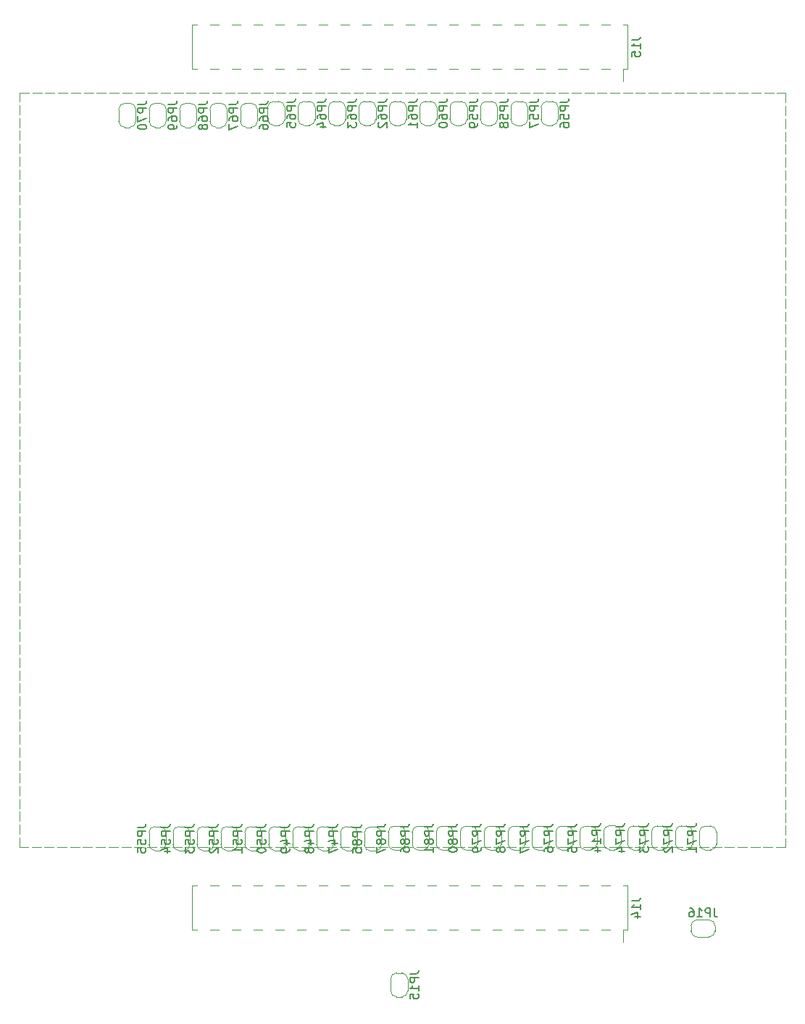
<source format=gbr>
%TF.GenerationSoftware,KiCad,Pcbnew,8.0.3-8.0.3-0~ubuntu22.04.1*%
%TF.CreationDate,2024-07-11T11:22:04+05:30*%
%TF.ProjectId,DUT_Interface_board_v0.2,4455545f-496e-4746-9572-666163655f62,rev?*%
%TF.SameCoordinates,Original*%
%TF.FileFunction,Legend,Bot*%
%TF.FilePolarity,Positive*%
%FSLAX46Y46*%
G04 Gerber Fmt 4.6, Leading zero omitted, Abs format (unit mm)*
G04 Created by KiCad (PCBNEW 8.0.3-8.0.3-0~ubuntu22.04.1) date 2024-07-11 11:22:04*
%MOMM*%
%LPD*%
G01*
G04 APERTURE LIST*
%ADD10C,0.100000*%
%ADD11C,0.150000*%
%ADD12C,0.120000*%
G04 APERTURE END LIST*
D10*
X102250000Y-44500000D02*
X103350000Y-44500000D01*
X103750000Y-44500000D02*
X104850000Y-44500000D01*
X105250000Y-44500000D02*
X106350000Y-44500000D01*
X106750000Y-44500000D02*
X107850000Y-44500000D01*
X108250000Y-44500000D02*
X109350000Y-44500000D01*
X109750000Y-44500000D02*
X110850000Y-44500000D01*
X111250000Y-44500000D02*
X112350000Y-44500000D01*
X112750000Y-44500000D02*
X113850000Y-44500000D01*
X114250000Y-44500000D02*
X115350000Y-44500000D01*
X115750000Y-44500000D02*
X116850000Y-44500000D01*
X117250000Y-44500000D02*
X118350000Y-44500000D01*
X118750000Y-44500000D02*
X119850000Y-44500000D01*
X120250000Y-44500000D02*
X121350000Y-44500000D01*
X121750000Y-44500000D02*
X122850000Y-44500000D01*
X123250000Y-44500000D02*
X124350000Y-44500000D01*
X124750000Y-44500000D02*
X125850000Y-44500000D01*
X126250000Y-44500000D02*
X127350000Y-44500000D01*
X127750000Y-44500000D02*
X128850000Y-44500000D01*
X129250000Y-44500000D02*
X130350000Y-44500000D01*
X130750000Y-44500000D02*
X131850000Y-44500000D01*
X132250000Y-44500000D02*
X133350000Y-44500000D01*
X133750000Y-44500000D02*
X134850000Y-44500000D01*
X135250000Y-44500000D02*
X136350000Y-44500000D01*
X136750000Y-44500000D02*
X137850000Y-44500000D01*
X138250000Y-44500000D02*
X139350000Y-44500000D01*
X139750000Y-44500000D02*
X140850000Y-44500000D01*
X141250000Y-44500000D02*
X142350000Y-44500000D01*
X142750000Y-44500000D02*
X143850000Y-44500000D01*
X144250000Y-44500000D02*
X145350000Y-44500000D01*
X145750000Y-44500000D02*
X146850000Y-44500000D01*
X147250000Y-44500000D02*
X148350000Y-44500000D01*
X148750000Y-44500000D02*
X149850000Y-44500000D01*
X150250000Y-44500000D02*
X151350000Y-44500000D01*
X151750000Y-44500000D02*
X152850000Y-44500000D01*
X153250000Y-44500000D02*
X154350000Y-44500000D01*
X154750000Y-44500000D02*
X155850000Y-44500000D01*
X156250000Y-44500000D02*
X157350000Y-44500000D01*
X157750000Y-44500000D02*
X158850000Y-44500000D01*
X159250000Y-44500000D02*
X160350000Y-44500000D01*
X160750000Y-44500000D02*
X161850000Y-44500000D01*
X162250000Y-44500000D02*
X163350000Y-44500000D01*
X163750000Y-44500000D02*
X164850000Y-44500000D01*
X165250000Y-44500000D02*
X166350000Y-44500000D01*
X166750000Y-44500000D02*
X167850000Y-44500000D01*
X168250000Y-44500000D02*
X169350000Y-44500000D01*
X169750000Y-44500000D02*
X170850000Y-44500000D01*
X171250000Y-44500000D02*
X172350000Y-44500000D01*
X172750000Y-44500000D02*
X173850000Y-44500000D01*
X174250000Y-44500000D02*
X175350000Y-44500000D01*
X175750000Y-44500000D02*
X176850000Y-44500000D01*
X177250000Y-44500000D02*
X178350000Y-44500000D01*
X178750000Y-44500000D02*
X179850000Y-44500000D01*
X180250000Y-44500000D02*
X181350000Y-44500000D01*
X181750000Y-44500000D02*
X182850000Y-44500000D01*
X183250000Y-44500000D02*
X184350000Y-44500000D01*
X184750000Y-44500000D02*
X185850000Y-44500000D01*
X186250000Y-44500000D02*
X187350000Y-44500000D01*
X187750000Y-44500000D02*
X188850000Y-44500000D01*
X189250000Y-44500000D02*
X190350000Y-44500000D01*
X190750000Y-44500000D02*
X191750000Y-44500000D01*
X191750000Y-44500000D02*
X191750000Y-45600000D01*
X191750000Y-46000000D02*
X191750000Y-47100000D01*
X191750000Y-47500000D02*
X191750000Y-48600000D01*
X191750000Y-49000000D02*
X191750000Y-50100000D01*
X191750000Y-50500000D02*
X191750000Y-51600000D01*
X191750000Y-52000000D02*
X191750000Y-53100000D01*
X191750000Y-53500000D02*
X191750000Y-54600000D01*
X191750000Y-55000000D02*
X191750000Y-56100000D01*
X191750000Y-56500000D02*
X191750000Y-57600000D01*
X191750000Y-58000000D02*
X191750000Y-59100000D01*
X191750000Y-59500000D02*
X191750000Y-60600000D01*
X191750000Y-61000000D02*
X191750000Y-62100000D01*
X191750000Y-62500000D02*
X191750000Y-63600000D01*
X191750000Y-64000000D02*
X191750000Y-65100000D01*
X191750000Y-65500000D02*
X191750000Y-66600000D01*
X191750000Y-67000000D02*
X191750000Y-68100000D01*
X191750000Y-68500000D02*
X191750000Y-69600000D01*
X191750000Y-70000000D02*
X191750000Y-71100000D01*
X191750000Y-71500000D02*
X191750000Y-72600000D01*
X191750000Y-73000000D02*
X191750000Y-74100000D01*
X191750000Y-74500000D02*
X191750000Y-75600000D01*
X191750000Y-76000000D02*
X191750000Y-77100000D01*
X191750000Y-77500000D02*
X191750000Y-78600000D01*
X191750000Y-79000000D02*
X191750000Y-80100000D01*
X191750000Y-80500000D02*
X191750000Y-81600000D01*
X191750000Y-82000000D02*
X191750000Y-83100000D01*
X191750000Y-83500000D02*
X191750000Y-84600000D01*
X191750000Y-85000000D02*
X191750000Y-86100000D01*
X191750000Y-86500000D02*
X191750000Y-87600000D01*
X191750000Y-88000000D02*
X191750000Y-89100000D01*
X191750000Y-89500000D02*
X191750000Y-90600000D01*
X191750000Y-91000000D02*
X191750000Y-92100000D01*
X191750000Y-92500000D02*
X191750000Y-93600000D01*
X191750000Y-94000000D02*
X191750000Y-95100000D01*
X191750000Y-95500000D02*
X191750000Y-96600000D01*
X191750000Y-97000000D02*
X191750000Y-98100000D01*
X191750000Y-98500000D02*
X191750000Y-99600000D01*
X191750000Y-100000000D02*
X191750000Y-101100000D01*
X191750000Y-101500000D02*
X191750000Y-102600000D01*
X191750000Y-103000000D02*
X191750000Y-104100000D01*
X191750000Y-104500000D02*
X191750000Y-105600000D01*
X191750000Y-106000000D02*
X191750000Y-107100000D01*
X191750000Y-107500000D02*
X191750000Y-108600000D01*
X191750000Y-109000000D02*
X191750000Y-110100000D01*
X191750000Y-110500000D02*
X191750000Y-111600000D01*
X191750000Y-112000000D02*
X191750000Y-113100000D01*
X191750000Y-113500000D02*
X191750000Y-114600000D01*
X191750000Y-115000000D02*
X191750000Y-116100000D01*
X191750000Y-116500000D02*
X191750000Y-117600000D01*
X191750000Y-118000000D02*
X191750000Y-119100000D01*
X191750000Y-119500000D02*
X191750000Y-120600000D01*
X191750000Y-121000000D02*
X191750000Y-122100000D01*
X191750000Y-122500000D02*
X191750000Y-123600000D01*
X191750000Y-124000000D02*
X191750000Y-125100000D01*
X191750000Y-125500000D02*
X191750000Y-126600000D01*
X191750000Y-127000000D02*
X191750000Y-128100000D01*
X191750000Y-128500000D02*
X191750000Y-129600000D01*
X191750000Y-130000000D02*
X191750000Y-131100000D01*
X191750000Y-131500000D02*
X191750000Y-132500000D01*
X191750000Y-132500000D02*
X190650000Y-132500000D01*
X190250000Y-132500000D02*
X189150000Y-132500000D01*
X188750000Y-132500000D02*
X187650000Y-132500000D01*
X187250000Y-132500000D02*
X186150000Y-132500000D01*
X185750000Y-132500000D02*
X184650000Y-132500000D01*
X184250000Y-132500000D02*
X183150000Y-132500000D01*
X182750000Y-132500000D02*
X181650000Y-132500000D01*
X181250000Y-132500000D02*
X180150000Y-132500000D01*
X179750000Y-132500000D02*
X178650000Y-132500000D01*
X178250000Y-132500000D02*
X177150000Y-132500000D01*
X176750000Y-132500000D02*
X175650000Y-132500000D01*
X175250000Y-132500000D02*
X174150000Y-132500000D01*
X173750000Y-132500000D02*
X172650000Y-132500000D01*
X172250000Y-132500000D02*
X171150000Y-132500000D01*
X170750000Y-132500000D02*
X169650000Y-132500000D01*
X169250000Y-132500000D02*
X168150000Y-132500000D01*
X167750000Y-132500000D02*
X166650000Y-132500000D01*
X166250000Y-132500000D02*
X165150000Y-132500000D01*
X164750000Y-132500000D02*
X163650000Y-132500000D01*
X163250000Y-132500000D02*
X162150000Y-132500000D01*
X161750000Y-132500000D02*
X160650000Y-132500000D01*
X160250000Y-132500000D02*
X159150000Y-132500000D01*
X158750000Y-132500000D02*
X157650000Y-132500000D01*
X157250000Y-132500000D02*
X156150000Y-132500000D01*
X155750000Y-132500000D02*
X154650000Y-132500000D01*
X154250000Y-132500000D02*
X153150000Y-132500000D01*
X152750000Y-132500000D02*
X151650000Y-132500000D01*
X151250000Y-132500000D02*
X150150000Y-132500000D01*
X149750000Y-132500000D02*
X148650000Y-132500000D01*
X148250000Y-132500000D02*
X147150000Y-132500000D01*
X146750000Y-132500000D02*
X145650000Y-132500000D01*
X145250000Y-132500000D02*
X144150000Y-132500000D01*
X143750000Y-132500000D02*
X142650000Y-132500000D01*
X142250000Y-132500000D02*
X141150000Y-132500000D01*
X140750000Y-132500000D02*
X139650000Y-132500000D01*
X139250000Y-132500000D02*
X138150000Y-132500000D01*
X137750000Y-132500000D02*
X136650000Y-132500000D01*
X136250000Y-132500000D02*
X135150000Y-132500000D01*
X134750000Y-132500000D02*
X133650000Y-132500000D01*
X133250000Y-132500000D02*
X132150000Y-132500000D01*
X131750000Y-132500000D02*
X130650000Y-132500000D01*
X130250000Y-132500000D02*
X129150000Y-132500000D01*
X128750000Y-132500000D02*
X127650000Y-132500000D01*
X127250000Y-132500000D02*
X126150000Y-132500000D01*
X125750000Y-132500000D02*
X124650000Y-132500000D01*
X124250000Y-132500000D02*
X123150000Y-132500000D01*
X122750000Y-132500000D02*
X121650000Y-132500000D01*
X121250000Y-132500000D02*
X120150000Y-132500000D01*
X119750000Y-132500000D02*
X118650000Y-132500000D01*
X118250000Y-132500000D02*
X117150000Y-132500000D01*
X116750000Y-132500000D02*
X115650000Y-132500000D01*
X115250000Y-132500000D02*
X114150000Y-132500000D01*
X113750000Y-132500000D02*
X112650000Y-132500000D01*
X112250000Y-132500000D02*
X111150000Y-132500000D01*
X110750000Y-132500000D02*
X109650000Y-132500000D01*
X109250000Y-132500000D02*
X108150000Y-132500000D01*
X107750000Y-132500000D02*
X106650000Y-132500000D01*
X106250000Y-132500000D02*
X105150000Y-132500000D01*
X104750000Y-132500000D02*
X103650000Y-132500000D01*
X103250000Y-132500000D02*
X102250000Y-132500000D01*
X102250000Y-132500000D02*
X102250000Y-131400000D01*
X102250000Y-131000000D02*
X102250000Y-129900000D01*
X102250000Y-129500000D02*
X102250000Y-128400000D01*
X102250000Y-128000000D02*
X102250000Y-126900000D01*
X102250000Y-126500000D02*
X102250000Y-125400000D01*
X102250000Y-125000000D02*
X102250000Y-123900000D01*
X102250000Y-123500000D02*
X102250000Y-122400000D01*
X102250000Y-122000000D02*
X102250000Y-120900000D01*
X102250000Y-120500000D02*
X102250000Y-119400000D01*
X102250000Y-119000000D02*
X102250000Y-117900000D01*
X102250000Y-117500000D02*
X102250000Y-116400000D01*
X102250000Y-116000000D02*
X102250000Y-114900000D01*
X102250000Y-114500000D02*
X102250000Y-113400000D01*
X102250000Y-113000000D02*
X102250000Y-111900000D01*
X102250000Y-111500000D02*
X102250000Y-110400000D01*
X102250000Y-110000000D02*
X102250000Y-108900000D01*
X102250000Y-108500000D02*
X102250000Y-107400000D01*
X102250000Y-107000000D02*
X102250000Y-105900000D01*
X102250000Y-105500000D02*
X102250000Y-104400000D01*
X102250000Y-104000000D02*
X102250000Y-102900000D01*
X102250000Y-102500000D02*
X102250000Y-101400000D01*
X102250000Y-101000000D02*
X102250000Y-99900000D01*
X102250000Y-99500000D02*
X102250000Y-98400000D01*
X102250000Y-98000000D02*
X102250000Y-96900000D01*
X102250000Y-96500000D02*
X102250000Y-95400000D01*
X102250000Y-95000000D02*
X102250000Y-93900000D01*
X102250000Y-93500000D02*
X102250000Y-92400000D01*
X102250000Y-92000000D02*
X102250000Y-90900000D01*
X102250000Y-90500000D02*
X102250000Y-89400000D01*
X102250000Y-89000000D02*
X102250000Y-87900000D01*
X102250000Y-87500000D02*
X102250000Y-86400000D01*
X102250000Y-86000000D02*
X102250000Y-84900000D01*
X102250000Y-84500000D02*
X102250000Y-83400000D01*
X102250000Y-83000000D02*
X102250000Y-81900000D01*
X102250000Y-81500000D02*
X102250000Y-80400000D01*
X102250000Y-80000000D02*
X102250000Y-78900000D01*
X102250000Y-78500000D02*
X102250000Y-77400000D01*
X102250000Y-77000000D02*
X102250000Y-75900000D01*
X102250000Y-75500000D02*
X102250000Y-74400000D01*
X102250000Y-74000000D02*
X102250000Y-72900000D01*
X102250000Y-72500000D02*
X102250000Y-71400000D01*
X102250000Y-71000000D02*
X102250000Y-69900000D01*
X102250000Y-69500000D02*
X102250000Y-68400000D01*
X102250000Y-68000000D02*
X102250000Y-66900000D01*
X102250000Y-66500000D02*
X102250000Y-65400000D01*
X102250000Y-65000000D02*
X102250000Y-63900000D01*
X102250000Y-63500000D02*
X102250000Y-62400000D01*
X102250000Y-62000000D02*
X102250000Y-60900000D01*
X102250000Y-60500000D02*
X102250000Y-59400000D01*
X102250000Y-59000000D02*
X102250000Y-57900000D01*
X102250000Y-57500000D02*
X102250000Y-56400000D01*
X102250000Y-56000000D02*
X102250000Y-54900000D01*
X102250000Y-54500000D02*
X102250000Y-53400000D01*
X102250000Y-53000000D02*
X102250000Y-51900000D01*
X102250000Y-51500000D02*
X102250000Y-50400000D01*
X102250000Y-50000000D02*
X102250000Y-48900000D01*
X102250000Y-48500000D02*
X102250000Y-47400000D01*
X102250000Y-47000000D02*
X102250000Y-45900000D01*
X102250000Y-45500000D02*
X102250000Y-44500000D01*
D11*
X127203363Y-130201276D02*
X127917648Y-130201276D01*
X127917648Y-130201276D02*
X128060505Y-130153657D01*
X128060505Y-130153657D02*
X128155744Y-130058419D01*
X128155744Y-130058419D02*
X128203363Y-129915562D01*
X128203363Y-129915562D02*
X128203363Y-129820324D01*
X128203363Y-130677467D02*
X127203363Y-130677467D01*
X127203363Y-130677467D02*
X127203363Y-131058419D01*
X127203363Y-131058419D02*
X127250982Y-131153657D01*
X127250982Y-131153657D02*
X127298601Y-131201276D01*
X127298601Y-131201276D02*
X127393839Y-131248895D01*
X127393839Y-131248895D02*
X127536696Y-131248895D01*
X127536696Y-131248895D02*
X127631934Y-131201276D01*
X127631934Y-131201276D02*
X127679553Y-131153657D01*
X127679553Y-131153657D02*
X127727172Y-131058419D01*
X127727172Y-131058419D02*
X127727172Y-130677467D01*
X127203363Y-132153657D02*
X127203363Y-131677467D01*
X127203363Y-131677467D02*
X127679553Y-131629848D01*
X127679553Y-131629848D02*
X127631934Y-131677467D01*
X127631934Y-131677467D02*
X127584315Y-131772705D01*
X127584315Y-131772705D02*
X127584315Y-132010800D01*
X127584315Y-132010800D02*
X127631934Y-132106038D01*
X127631934Y-132106038D02*
X127679553Y-132153657D01*
X127679553Y-132153657D02*
X127774791Y-132201276D01*
X127774791Y-132201276D02*
X128012886Y-132201276D01*
X128012886Y-132201276D02*
X128108124Y-132153657D01*
X128108124Y-132153657D02*
X128155744Y-132106038D01*
X128155744Y-132106038D02*
X128203363Y-132010800D01*
X128203363Y-132010800D02*
X128203363Y-131772705D01*
X128203363Y-131772705D02*
X128155744Y-131677467D01*
X128155744Y-131677467D02*
X128108124Y-131629848D01*
X128203363Y-133153657D02*
X128203363Y-132582229D01*
X128203363Y-132867943D02*
X127203363Y-132867943D01*
X127203363Y-132867943D02*
X127346220Y-132772705D01*
X127346220Y-132772705D02*
X127441458Y-132677467D01*
X127441458Y-132677467D02*
X127489077Y-132582229D01*
X173770819Y-138783076D02*
X174485104Y-138783076D01*
X174485104Y-138783076D02*
X174627961Y-138735457D01*
X174627961Y-138735457D02*
X174723200Y-138640219D01*
X174723200Y-138640219D02*
X174770819Y-138497362D01*
X174770819Y-138497362D02*
X174770819Y-138402124D01*
X174770819Y-139783076D02*
X174770819Y-139211648D01*
X174770819Y-139497362D02*
X173770819Y-139497362D01*
X173770819Y-139497362D02*
X173913676Y-139402124D01*
X173913676Y-139402124D02*
X174008914Y-139306886D01*
X174008914Y-139306886D02*
X174056533Y-139211648D01*
X174104152Y-140640219D02*
X174770819Y-140640219D01*
X173723200Y-140402124D02*
X174437485Y-140164029D01*
X174437485Y-140164029D02*
X174437485Y-140783076D01*
X166349267Y-130144676D02*
X167063552Y-130144676D01*
X167063552Y-130144676D02*
X167206409Y-130097057D01*
X167206409Y-130097057D02*
X167301648Y-130001819D01*
X167301648Y-130001819D02*
X167349267Y-129858962D01*
X167349267Y-129858962D02*
X167349267Y-129763724D01*
X167349267Y-130620867D02*
X166349267Y-130620867D01*
X166349267Y-130620867D02*
X166349267Y-131001819D01*
X166349267Y-131001819D02*
X166396886Y-131097057D01*
X166396886Y-131097057D02*
X166444505Y-131144676D01*
X166444505Y-131144676D02*
X166539743Y-131192295D01*
X166539743Y-131192295D02*
X166682600Y-131192295D01*
X166682600Y-131192295D02*
X166777838Y-131144676D01*
X166777838Y-131144676D02*
X166825457Y-131097057D01*
X166825457Y-131097057D02*
X166873076Y-131001819D01*
X166873076Y-131001819D02*
X166873076Y-130620867D01*
X166349267Y-131525629D02*
X166349267Y-132192295D01*
X166349267Y-132192295D02*
X167349267Y-131763724D01*
X166349267Y-133049438D02*
X166349267Y-132573248D01*
X166349267Y-132573248D02*
X166825457Y-132525629D01*
X166825457Y-132525629D02*
X166777838Y-132573248D01*
X166777838Y-132573248D02*
X166730219Y-132668486D01*
X166730219Y-132668486D02*
X166730219Y-132906581D01*
X166730219Y-132906581D02*
X166777838Y-133001819D01*
X166777838Y-133001819D02*
X166825457Y-133049438D01*
X166825457Y-133049438D02*
X166920695Y-133097057D01*
X166920695Y-133097057D02*
X167158790Y-133097057D01*
X167158790Y-133097057D02*
X167254028Y-133049438D01*
X167254028Y-133049438D02*
X167301648Y-133001819D01*
X167301648Y-133001819D02*
X167349267Y-132906581D01*
X167349267Y-132906581D02*
X167349267Y-132668486D01*
X167349267Y-132668486D02*
X167301648Y-132573248D01*
X167301648Y-132573248D02*
X167254028Y-132525629D01*
X151237219Y-45543076D02*
X151951504Y-45543076D01*
X151951504Y-45543076D02*
X152094361Y-45495457D01*
X152094361Y-45495457D02*
X152189600Y-45400219D01*
X152189600Y-45400219D02*
X152237219Y-45257362D01*
X152237219Y-45257362D02*
X152237219Y-45162124D01*
X152237219Y-46019267D02*
X151237219Y-46019267D01*
X151237219Y-46019267D02*
X151237219Y-46400219D01*
X151237219Y-46400219D02*
X151284838Y-46495457D01*
X151284838Y-46495457D02*
X151332457Y-46543076D01*
X151332457Y-46543076D02*
X151427695Y-46590695D01*
X151427695Y-46590695D02*
X151570552Y-46590695D01*
X151570552Y-46590695D02*
X151665790Y-46543076D01*
X151665790Y-46543076D02*
X151713409Y-46495457D01*
X151713409Y-46495457D02*
X151761028Y-46400219D01*
X151761028Y-46400219D02*
X151761028Y-46019267D01*
X151237219Y-47447838D02*
X151237219Y-47257362D01*
X151237219Y-47257362D02*
X151284838Y-47162124D01*
X151284838Y-47162124D02*
X151332457Y-47114505D01*
X151332457Y-47114505D02*
X151475314Y-47019267D01*
X151475314Y-47019267D02*
X151665790Y-46971648D01*
X151665790Y-46971648D02*
X152046742Y-46971648D01*
X152046742Y-46971648D02*
X152141980Y-47019267D01*
X152141980Y-47019267D02*
X152189600Y-47066886D01*
X152189600Y-47066886D02*
X152237219Y-47162124D01*
X152237219Y-47162124D02*
X152237219Y-47352600D01*
X152237219Y-47352600D02*
X152189600Y-47447838D01*
X152189600Y-47447838D02*
X152141980Y-47495457D01*
X152141980Y-47495457D02*
X152046742Y-47543076D01*
X152046742Y-47543076D02*
X151808647Y-47543076D01*
X151808647Y-47543076D02*
X151713409Y-47495457D01*
X151713409Y-47495457D02*
X151665790Y-47447838D01*
X151665790Y-47447838D02*
X151618171Y-47352600D01*
X151618171Y-47352600D02*
X151618171Y-47162124D01*
X151618171Y-47162124D02*
X151665790Y-47066886D01*
X151665790Y-47066886D02*
X151713409Y-47019267D01*
X151713409Y-47019267D02*
X151808647Y-46971648D01*
X151237219Y-48162124D02*
X151237219Y-48257362D01*
X151237219Y-48257362D02*
X151284838Y-48352600D01*
X151284838Y-48352600D02*
X151332457Y-48400219D01*
X151332457Y-48400219D02*
X151427695Y-48447838D01*
X151427695Y-48447838D02*
X151618171Y-48495457D01*
X151618171Y-48495457D02*
X151856266Y-48495457D01*
X151856266Y-48495457D02*
X152046742Y-48447838D01*
X152046742Y-48447838D02*
X152141980Y-48400219D01*
X152141980Y-48400219D02*
X152189600Y-48352600D01*
X152189600Y-48352600D02*
X152237219Y-48257362D01*
X152237219Y-48257362D02*
X152237219Y-48162124D01*
X152237219Y-48162124D02*
X152189600Y-48066886D01*
X152189600Y-48066886D02*
X152141980Y-48019267D01*
X152141980Y-48019267D02*
X152046742Y-47971648D01*
X152046742Y-47971648D02*
X151856266Y-47924029D01*
X151856266Y-47924029D02*
X151618171Y-47924029D01*
X151618171Y-47924029D02*
X151427695Y-47971648D01*
X151427695Y-47971648D02*
X151332457Y-48019267D01*
X151332457Y-48019267D02*
X151284838Y-48066886D01*
X151284838Y-48066886D02*
X151237219Y-48162124D01*
X158337219Y-45543076D02*
X159051504Y-45543076D01*
X159051504Y-45543076D02*
X159194361Y-45495457D01*
X159194361Y-45495457D02*
X159289600Y-45400219D01*
X159289600Y-45400219D02*
X159337219Y-45257362D01*
X159337219Y-45257362D02*
X159337219Y-45162124D01*
X159337219Y-46019267D02*
X158337219Y-46019267D01*
X158337219Y-46019267D02*
X158337219Y-46400219D01*
X158337219Y-46400219D02*
X158384838Y-46495457D01*
X158384838Y-46495457D02*
X158432457Y-46543076D01*
X158432457Y-46543076D02*
X158527695Y-46590695D01*
X158527695Y-46590695D02*
X158670552Y-46590695D01*
X158670552Y-46590695D02*
X158765790Y-46543076D01*
X158765790Y-46543076D02*
X158813409Y-46495457D01*
X158813409Y-46495457D02*
X158861028Y-46400219D01*
X158861028Y-46400219D02*
X158861028Y-46019267D01*
X158337219Y-47495457D02*
X158337219Y-47019267D01*
X158337219Y-47019267D02*
X158813409Y-46971648D01*
X158813409Y-46971648D02*
X158765790Y-47019267D01*
X158765790Y-47019267D02*
X158718171Y-47114505D01*
X158718171Y-47114505D02*
X158718171Y-47352600D01*
X158718171Y-47352600D02*
X158765790Y-47447838D01*
X158765790Y-47447838D02*
X158813409Y-47495457D01*
X158813409Y-47495457D02*
X158908647Y-47543076D01*
X158908647Y-47543076D02*
X159146742Y-47543076D01*
X159146742Y-47543076D02*
X159241980Y-47495457D01*
X159241980Y-47495457D02*
X159289600Y-47447838D01*
X159289600Y-47447838D02*
X159337219Y-47352600D01*
X159337219Y-47352600D02*
X159337219Y-47114505D01*
X159337219Y-47114505D02*
X159289600Y-47019267D01*
X159289600Y-47019267D02*
X159241980Y-46971648D01*
X158765790Y-48114505D02*
X158718171Y-48019267D01*
X158718171Y-48019267D02*
X158670552Y-47971648D01*
X158670552Y-47971648D02*
X158575314Y-47924029D01*
X158575314Y-47924029D02*
X158527695Y-47924029D01*
X158527695Y-47924029D02*
X158432457Y-47971648D01*
X158432457Y-47971648D02*
X158384838Y-48019267D01*
X158384838Y-48019267D02*
X158337219Y-48114505D01*
X158337219Y-48114505D02*
X158337219Y-48304981D01*
X158337219Y-48304981D02*
X158384838Y-48400219D01*
X158384838Y-48400219D02*
X158432457Y-48447838D01*
X158432457Y-48447838D02*
X158527695Y-48495457D01*
X158527695Y-48495457D02*
X158575314Y-48495457D01*
X158575314Y-48495457D02*
X158670552Y-48447838D01*
X158670552Y-48447838D02*
X158718171Y-48400219D01*
X158718171Y-48400219D02*
X158765790Y-48304981D01*
X158765790Y-48304981D02*
X158765790Y-48114505D01*
X158765790Y-48114505D02*
X158813409Y-48019267D01*
X158813409Y-48019267D02*
X158861028Y-47971648D01*
X158861028Y-47971648D02*
X158956266Y-47924029D01*
X158956266Y-47924029D02*
X159146742Y-47924029D01*
X159146742Y-47924029D02*
X159241980Y-47971648D01*
X159241980Y-47971648D02*
X159289600Y-48019267D01*
X159289600Y-48019267D02*
X159337219Y-48114505D01*
X159337219Y-48114505D02*
X159337219Y-48304981D01*
X159337219Y-48304981D02*
X159289600Y-48400219D01*
X159289600Y-48400219D02*
X159241980Y-48447838D01*
X159241980Y-48447838D02*
X159146742Y-48495457D01*
X159146742Y-48495457D02*
X158956266Y-48495457D01*
X158956266Y-48495457D02*
X158861028Y-48447838D01*
X158861028Y-48447838D02*
X158813409Y-48400219D01*
X158813409Y-48400219D02*
X158765790Y-48304981D01*
X130288219Y-45771676D02*
X131002504Y-45771676D01*
X131002504Y-45771676D02*
X131145361Y-45724057D01*
X131145361Y-45724057D02*
X131240600Y-45628819D01*
X131240600Y-45628819D02*
X131288219Y-45485962D01*
X131288219Y-45485962D02*
X131288219Y-45390724D01*
X131288219Y-46247867D02*
X130288219Y-46247867D01*
X130288219Y-46247867D02*
X130288219Y-46628819D01*
X130288219Y-46628819D02*
X130335838Y-46724057D01*
X130335838Y-46724057D02*
X130383457Y-46771676D01*
X130383457Y-46771676D02*
X130478695Y-46819295D01*
X130478695Y-46819295D02*
X130621552Y-46819295D01*
X130621552Y-46819295D02*
X130716790Y-46771676D01*
X130716790Y-46771676D02*
X130764409Y-46724057D01*
X130764409Y-46724057D02*
X130812028Y-46628819D01*
X130812028Y-46628819D02*
X130812028Y-46247867D01*
X130288219Y-47676438D02*
X130288219Y-47485962D01*
X130288219Y-47485962D02*
X130335838Y-47390724D01*
X130335838Y-47390724D02*
X130383457Y-47343105D01*
X130383457Y-47343105D02*
X130526314Y-47247867D01*
X130526314Y-47247867D02*
X130716790Y-47200248D01*
X130716790Y-47200248D02*
X131097742Y-47200248D01*
X131097742Y-47200248D02*
X131192980Y-47247867D01*
X131192980Y-47247867D02*
X131240600Y-47295486D01*
X131240600Y-47295486D02*
X131288219Y-47390724D01*
X131288219Y-47390724D02*
X131288219Y-47581200D01*
X131288219Y-47581200D02*
X131240600Y-47676438D01*
X131240600Y-47676438D02*
X131192980Y-47724057D01*
X131192980Y-47724057D02*
X131097742Y-47771676D01*
X131097742Y-47771676D02*
X130859647Y-47771676D01*
X130859647Y-47771676D02*
X130764409Y-47724057D01*
X130764409Y-47724057D02*
X130716790Y-47676438D01*
X130716790Y-47676438D02*
X130669171Y-47581200D01*
X130669171Y-47581200D02*
X130669171Y-47390724D01*
X130669171Y-47390724D02*
X130716790Y-47295486D01*
X130716790Y-47295486D02*
X130764409Y-47247867D01*
X130764409Y-47247867D02*
X130859647Y-47200248D01*
X130288219Y-48628819D02*
X130288219Y-48438343D01*
X130288219Y-48438343D02*
X130335838Y-48343105D01*
X130335838Y-48343105D02*
X130383457Y-48295486D01*
X130383457Y-48295486D02*
X130526314Y-48200248D01*
X130526314Y-48200248D02*
X130716790Y-48152629D01*
X130716790Y-48152629D02*
X131097742Y-48152629D01*
X131097742Y-48152629D02*
X131192980Y-48200248D01*
X131192980Y-48200248D02*
X131240600Y-48247867D01*
X131240600Y-48247867D02*
X131288219Y-48343105D01*
X131288219Y-48343105D02*
X131288219Y-48533581D01*
X131288219Y-48533581D02*
X131240600Y-48628819D01*
X131240600Y-48628819D02*
X131192980Y-48676438D01*
X131192980Y-48676438D02*
X131097742Y-48724057D01*
X131097742Y-48724057D02*
X130859647Y-48724057D01*
X130859647Y-48724057D02*
X130764409Y-48676438D01*
X130764409Y-48676438D02*
X130716790Y-48628819D01*
X130716790Y-48628819D02*
X130669171Y-48533581D01*
X130669171Y-48533581D02*
X130669171Y-48343105D01*
X130669171Y-48343105D02*
X130716790Y-48247867D01*
X130716790Y-48247867D02*
X130764409Y-48200248D01*
X130764409Y-48200248D02*
X130859647Y-48152629D01*
X123188219Y-45771676D02*
X123902504Y-45771676D01*
X123902504Y-45771676D02*
X124045361Y-45724057D01*
X124045361Y-45724057D02*
X124140600Y-45628819D01*
X124140600Y-45628819D02*
X124188219Y-45485962D01*
X124188219Y-45485962D02*
X124188219Y-45390724D01*
X124188219Y-46247867D02*
X123188219Y-46247867D01*
X123188219Y-46247867D02*
X123188219Y-46628819D01*
X123188219Y-46628819D02*
X123235838Y-46724057D01*
X123235838Y-46724057D02*
X123283457Y-46771676D01*
X123283457Y-46771676D02*
X123378695Y-46819295D01*
X123378695Y-46819295D02*
X123521552Y-46819295D01*
X123521552Y-46819295D02*
X123616790Y-46771676D01*
X123616790Y-46771676D02*
X123664409Y-46724057D01*
X123664409Y-46724057D02*
X123712028Y-46628819D01*
X123712028Y-46628819D02*
X123712028Y-46247867D01*
X123188219Y-47676438D02*
X123188219Y-47485962D01*
X123188219Y-47485962D02*
X123235838Y-47390724D01*
X123235838Y-47390724D02*
X123283457Y-47343105D01*
X123283457Y-47343105D02*
X123426314Y-47247867D01*
X123426314Y-47247867D02*
X123616790Y-47200248D01*
X123616790Y-47200248D02*
X123997742Y-47200248D01*
X123997742Y-47200248D02*
X124092980Y-47247867D01*
X124092980Y-47247867D02*
X124140600Y-47295486D01*
X124140600Y-47295486D02*
X124188219Y-47390724D01*
X124188219Y-47390724D02*
X124188219Y-47581200D01*
X124188219Y-47581200D02*
X124140600Y-47676438D01*
X124140600Y-47676438D02*
X124092980Y-47724057D01*
X124092980Y-47724057D02*
X123997742Y-47771676D01*
X123997742Y-47771676D02*
X123759647Y-47771676D01*
X123759647Y-47771676D02*
X123664409Y-47724057D01*
X123664409Y-47724057D02*
X123616790Y-47676438D01*
X123616790Y-47676438D02*
X123569171Y-47581200D01*
X123569171Y-47581200D02*
X123569171Y-47390724D01*
X123569171Y-47390724D02*
X123616790Y-47295486D01*
X123616790Y-47295486D02*
X123664409Y-47247867D01*
X123664409Y-47247867D02*
X123759647Y-47200248D01*
X123616790Y-48343105D02*
X123569171Y-48247867D01*
X123569171Y-48247867D02*
X123521552Y-48200248D01*
X123521552Y-48200248D02*
X123426314Y-48152629D01*
X123426314Y-48152629D02*
X123378695Y-48152629D01*
X123378695Y-48152629D02*
X123283457Y-48200248D01*
X123283457Y-48200248D02*
X123235838Y-48247867D01*
X123235838Y-48247867D02*
X123188219Y-48343105D01*
X123188219Y-48343105D02*
X123188219Y-48533581D01*
X123188219Y-48533581D02*
X123235838Y-48628819D01*
X123235838Y-48628819D02*
X123283457Y-48676438D01*
X123283457Y-48676438D02*
X123378695Y-48724057D01*
X123378695Y-48724057D02*
X123426314Y-48724057D01*
X123426314Y-48724057D02*
X123521552Y-48676438D01*
X123521552Y-48676438D02*
X123569171Y-48628819D01*
X123569171Y-48628819D02*
X123616790Y-48533581D01*
X123616790Y-48533581D02*
X123616790Y-48343105D01*
X123616790Y-48343105D02*
X123664409Y-48247867D01*
X123664409Y-48247867D02*
X123712028Y-48200248D01*
X123712028Y-48200248D02*
X123807266Y-48152629D01*
X123807266Y-48152629D02*
X123997742Y-48152629D01*
X123997742Y-48152629D02*
X124092980Y-48200248D01*
X124092980Y-48200248D02*
X124140600Y-48247867D01*
X124140600Y-48247867D02*
X124188219Y-48343105D01*
X124188219Y-48343105D02*
X124188219Y-48533581D01*
X124188219Y-48533581D02*
X124140600Y-48628819D01*
X124140600Y-48628819D02*
X124092980Y-48676438D01*
X124092980Y-48676438D02*
X123997742Y-48724057D01*
X123997742Y-48724057D02*
X123807266Y-48724057D01*
X123807266Y-48724057D02*
X123712028Y-48676438D01*
X123712028Y-48676438D02*
X123664409Y-48628819D01*
X123664409Y-48628819D02*
X123616790Y-48533581D01*
X126738219Y-45771676D02*
X127452504Y-45771676D01*
X127452504Y-45771676D02*
X127595361Y-45724057D01*
X127595361Y-45724057D02*
X127690600Y-45628819D01*
X127690600Y-45628819D02*
X127738219Y-45485962D01*
X127738219Y-45485962D02*
X127738219Y-45390724D01*
X127738219Y-46247867D02*
X126738219Y-46247867D01*
X126738219Y-46247867D02*
X126738219Y-46628819D01*
X126738219Y-46628819D02*
X126785838Y-46724057D01*
X126785838Y-46724057D02*
X126833457Y-46771676D01*
X126833457Y-46771676D02*
X126928695Y-46819295D01*
X126928695Y-46819295D02*
X127071552Y-46819295D01*
X127071552Y-46819295D02*
X127166790Y-46771676D01*
X127166790Y-46771676D02*
X127214409Y-46724057D01*
X127214409Y-46724057D02*
X127262028Y-46628819D01*
X127262028Y-46628819D02*
X127262028Y-46247867D01*
X126738219Y-47676438D02*
X126738219Y-47485962D01*
X126738219Y-47485962D02*
X126785838Y-47390724D01*
X126785838Y-47390724D02*
X126833457Y-47343105D01*
X126833457Y-47343105D02*
X126976314Y-47247867D01*
X126976314Y-47247867D02*
X127166790Y-47200248D01*
X127166790Y-47200248D02*
X127547742Y-47200248D01*
X127547742Y-47200248D02*
X127642980Y-47247867D01*
X127642980Y-47247867D02*
X127690600Y-47295486D01*
X127690600Y-47295486D02*
X127738219Y-47390724D01*
X127738219Y-47390724D02*
X127738219Y-47581200D01*
X127738219Y-47581200D02*
X127690600Y-47676438D01*
X127690600Y-47676438D02*
X127642980Y-47724057D01*
X127642980Y-47724057D02*
X127547742Y-47771676D01*
X127547742Y-47771676D02*
X127309647Y-47771676D01*
X127309647Y-47771676D02*
X127214409Y-47724057D01*
X127214409Y-47724057D02*
X127166790Y-47676438D01*
X127166790Y-47676438D02*
X127119171Y-47581200D01*
X127119171Y-47581200D02*
X127119171Y-47390724D01*
X127119171Y-47390724D02*
X127166790Y-47295486D01*
X127166790Y-47295486D02*
X127214409Y-47247867D01*
X127214409Y-47247867D02*
X127309647Y-47200248D01*
X126738219Y-48105010D02*
X126738219Y-48771676D01*
X126738219Y-48771676D02*
X127738219Y-48343105D01*
X152368587Y-130155076D02*
X153082872Y-130155076D01*
X153082872Y-130155076D02*
X153225729Y-130107457D01*
X153225729Y-130107457D02*
X153320968Y-130012219D01*
X153320968Y-130012219D02*
X153368587Y-129869362D01*
X153368587Y-129869362D02*
X153368587Y-129774124D01*
X153368587Y-130631267D02*
X152368587Y-130631267D01*
X152368587Y-130631267D02*
X152368587Y-131012219D01*
X152368587Y-131012219D02*
X152416206Y-131107457D01*
X152416206Y-131107457D02*
X152463825Y-131155076D01*
X152463825Y-131155076D02*
X152559063Y-131202695D01*
X152559063Y-131202695D02*
X152701920Y-131202695D01*
X152701920Y-131202695D02*
X152797158Y-131155076D01*
X152797158Y-131155076D02*
X152844777Y-131107457D01*
X152844777Y-131107457D02*
X152892396Y-131012219D01*
X152892396Y-131012219D02*
X152892396Y-130631267D01*
X152797158Y-131774124D02*
X152749539Y-131678886D01*
X152749539Y-131678886D02*
X152701920Y-131631267D01*
X152701920Y-131631267D02*
X152606682Y-131583648D01*
X152606682Y-131583648D02*
X152559063Y-131583648D01*
X152559063Y-131583648D02*
X152463825Y-131631267D01*
X152463825Y-131631267D02*
X152416206Y-131678886D01*
X152416206Y-131678886D02*
X152368587Y-131774124D01*
X152368587Y-131774124D02*
X152368587Y-131964600D01*
X152368587Y-131964600D02*
X152416206Y-132059838D01*
X152416206Y-132059838D02*
X152463825Y-132107457D01*
X152463825Y-132107457D02*
X152559063Y-132155076D01*
X152559063Y-132155076D02*
X152606682Y-132155076D01*
X152606682Y-132155076D02*
X152701920Y-132107457D01*
X152701920Y-132107457D02*
X152749539Y-132059838D01*
X152749539Y-132059838D02*
X152797158Y-131964600D01*
X152797158Y-131964600D02*
X152797158Y-131774124D01*
X152797158Y-131774124D02*
X152844777Y-131678886D01*
X152844777Y-131678886D02*
X152892396Y-131631267D01*
X152892396Y-131631267D02*
X152987634Y-131583648D01*
X152987634Y-131583648D02*
X153178110Y-131583648D01*
X153178110Y-131583648D02*
X153273348Y-131631267D01*
X153273348Y-131631267D02*
X153320968Y-131678886D01*
X153320968Y-131678886D02*
X153368587Y-131774124D01*
X153368587Y-131774124D02*
X153368587Y-131964600D01*
X153368587Y-131964600D02*
X153320968Y-132059838D01*
X153320968Y-132059838D02*
X153273348Y-132107457D01*
X153273348Y-132107457D02*
X153178110Y-132155076D01*
X153178110Y-132155076D02*
X152987634Y-132155076D01*
X152987634Y-132155076D02*
X152892396Y-132107457D01*
X152892396Y-132107457D02*
X152844777Y-132059838D01*
X152844777Y-132059838D02*
X152797158Y-131964600D01*
X152368587Y-132774124D02*
X152368587Y-132869362D01*
X152368587Y-132869362D02*
X152416206Y-132964600D01*
X152416206Y-132964600D02*
X152463825Y-133012219D01*
X152463825Y-133012219D02*
X152559063Y-133059838D01*
X152559063Y-133059838D02*
X152749539Y-133107457D01*
X152749539Y-133107457D02*
X152987634Y-133107457D01*
X152987634Y-133107457D02*
X153178110Y-133059838D01*
X153178110Y-133059838D02*
X153273348Y-133012219D01*
X153273348Y-133012219D02*
X153320968Y-132964600D01*
X153320968Y-132964600D02*
X153368587Y-132869362D01*
X153368587Y-132869362D02*
X153368587Y-132774124D01*
X153368587Y-132774124D02*
X153320968Y-132678886D01*
X153320968Y-132678886D02*
X153273348Y-132631267D01*
X153273348Y-132631267D02*
X153178110Y-132583648D01*
X153178110Y-132583648D02*
X152987634Y-132536029D01*
X152987634Y-132536029D02*
X152749539Y-132536029D01*
X152749539Y-132536029D02*
X152559063Y-132583648D01*
X152559063Y-132583648D02*
X152463825Y-132631267D01*
X152463825Y-132631267D02*
X152416206Y-132678886D01*
X152416206Y-132678886D02*
X152368587Y-132774124D01*
X165437219Y-45543076D02*
X166151504Y-45543076D01*
X166151504Y-45543076D02*
X166294361Y-45495457D01*
X166294361Y-45495457D02*
X166389600Y-45400219D01*
X166389600Y-45400219D02*
X166437219Y-45257362D01*
X166437219Y-45257362D02*
X166437219Y-45162124D01*
X166437219Y-46019267D02*
X165437219Y-46019267D01*
X165437219Y-46019267D02*
X165437219Y-46400219D01*
X165437219Y-46400219D02*
X165484838Y-46495457D01*
X165484838Y-46495457D02*
X165532457Y-46543076D01*
X165532457Y-46543076D02*
X165627695Y-46590695D01*
X165627695Y-46590695D02*
X165770552Y-46590695D01*
X165770552Y-46590695D02*
X165865790Y-46543076D01*
X165865790Y-46543076D02*
X165913409Y-46495457D01*
X165913409Y-46495457D02*
X165961028Y-46400219D01*
X165961028Y-46400219D02*
X165961028Y-46019267D01*
X165437219Y-47495457D02*
X165437219Y-47019267D01*
X165437219Y-47019267D02*
X165913409Y-46971648D01*
X165913409Y-46971648D02*
X165865790Y-47019267D01*
X165865790Y-47019267D02*
X165818171Y-47114505D01*
X165818171Y-47114505D02*
X165818171Y-47352600D01*
X165818171Y-47352600D02*
X165865790Y-47447838D01*
X165865790Y-47447838D02*
X165913409Y-47495457D01*
X165913409Y-47495457D02*
X166008647Y-47543076D01*
X166008647Y-47543076D02*
X166246742Y-47543076D01*
X166246742Y-47543076D02*
X166341980Y-47495457D01*
X166341980Y-47495457D02*
X166389600Y-47447838D01*
X166389600Y-47447838D02*
X166437219Y-47352600D01*
X166437219Y-47352600D02*
X166437219Y-47114505D01*
X166437219Y-47114505D02*
X166389600Y-47019267D01*
X166389600Y-47019267D02*
X166341980Y-46971648D01*
X165437219Y-48400219D02*
X165437219Y-48209743D01*
X165437219Y-48209743D02*
X165484838Y-48114505D01*
X165484838Y-48114505D02*
X165532457Y-48066886D01*
X165532457Y-48066886D02*
X165675314Y-47971648D01*
X165675314Y-47971648D02*
X165865790Y-47924029D01*
X165865790Y-47924029D02*
X166246742Y-47924029D01*
X166246742Y-47924029D02*
X166341980Y-47971648D01*
X166341980Y-47971648D02*
X166389600Y-48019267D01*
X166389600Y-48019267D02*
X166437219Y-48114505D01*
X166437219Y-48114505D02*
X166437219Y-48304981D01*
X166437219Y-48304981D02*
X166389600Y-48400219D01*
X166389600Y-48400219D02*
X166341980Y-48447838D01*
X166341980Y-48447838D02*
X166246742Y-48495457D01*
X166246742Y-48495457D02*
X166008647Y-48495457D01*
X166008647Y-48495457D02*
X165913409Y-48447838D01*
X165913409Y-48447838D02*
X165865790Y-48400219D01*
X165865790Y-48400219D02*
X165818171Y-48304981D01*
X165818171Y-48304981D02*
X165818171Y-48114505D01*
X165818171Y-48114505D02*
X165865790Y-48019267D01*
X165865790Y-48019267D02*
X165913409Y-47971648D01*
X165913409Y-47971648D02*
X166008647Y-47924029D01*
X133487219Y-45543076D02*
X134201504Y-45543076D01*
X134201504Y-45543076D02*
X134344361Y-45495457D01*
X134344361Y-45495457D02*
X134439600Y-45400219D01*
X134439600Y-45400219D02*
X134487219Y-45257362D01*
X134487219Y-45257362D02*
X134487219Y-45162124D01*
X134487219Y-46019267D02*
X133487219Y-46019267D01*
X133487219Y-46019267D02*
X133487219Y-46400219D01*
X133487219Y-46400219D02*
X133534838Y-46495457D01*
X133534838Y-46495457D02*
X133582457Y-46543076D01*
X133582457Y-46543076D02*
X133677695Y-46590695D01*
X133677695Y-46590695D02*
X133820552Y-46590695D01*
X133820552Y-46590695D02*
X133915790Y-46543076D01*
X133915790Y-46543076D02*
X133963409Y-46495457D01*
X133963409Y-46495457D02*
X134011028Y-46400219D01*
X134011028Y-46400219D02*
X134011028Y-46019267D01*
X133487219Y-47447838D02*
X133487219Y-47257362D01*
X133487219Y-47257362D02*
X133534838Y-47162124D01*
X133534838Y-47162124D02*
X133582457Y-47114505D01*
X133582457Y-47114505D02*
X133725314Y-47019267D01*
X133725314Y-47019267D02*
X133915790Y-46971648D01*
X133915790Y-46971648D02*
X134296742Y-46971648D01*
X134296742Y-46971648D02*
X134391980Y-47019267D01*
X134391980Y-47019267D02*
X134439600Y-47066886D01*
X134439600Y-47066886D02*
X134487219Y-47162124D01*
X134487219Y-47162124D02*
X134487219Y-47352600D01*
X134487219Y-47352600D02*
X134439600Y-47447838D01*
X134439600Y-47447838D02*
X134391980Y-47495457D01*
X134391980Y-47495457D02*
X134296742Y-47543076D01*
X134296742Y-47543076D02*
X134058647Y-47543076D01*
X134058647Y-47543076D02*
X133963409Y-47495457D01*
X133963409Y-47495457D02*
X133915790Y-47447838D01*
X133915790Y-47447838D02*
X133868171Y-47352600D01*
X133868171Y-47352600D02*
X133868171Y-47162124D01*
X133868171Y-47162124D02*
X133915790Y-47066886D01*
X133915790Y-47066886D02*
X133963409Y-47019267D01*
X133963409Y-47019267D02*
X134058647Y-46971648D01*
X133487219Y-48447838D02*
X133487219Y-47971648D01*
X133487219Y-47971648D02*
X133963409Y-47924029D01*
X133963409Y-47924029D02*
X133915790Y-47971648D01*
X133915790Y-47971648D02*
X133868171Y-48066886D01*
X133868171Y-48066886D02*
X133868171Y-48304981D01*
X133868171Y-48304981D02*
X133915790Y-48400219D01*
X133915790Y-48400219D02*
X133963409Y-48447838D01*
X133963409Y-48447838D02*
X134058647Y-48495457D01*
X134058647Y-48495457D02*
X134296742Y-48495457D01*
X134296742Y-48495457D02*
X134391980Y-48447838D01*
X134391980Y-48447838D02*
X134439600Y-48400219D01*
X134439600Y-48400219D02*
X134487219Y-48304981D01*
X134487219Y-48304981D02*
X134487219Y-48066886D01*
X134487219Y-48066886D02*
X134439600Y-47971648D01*
X134439600Y-47971648D02*
X134391980Y-47924029D01*
X116018819Y-130201276D02*
X116733104Y-130201276D01*
X116733104Y-130201276D02*
X116875961Y-130153657D01*
X116875961Y-130153657D02*
X116971200Y-130058419D01*
X116971200Y-130058419D02*
X117018819Y-129915562D01*
X117018819Y-129915562D02*
X117018819Y-129820324D01*
X117018819Y-130677467D02*
X116018819Y-130677467D01*
X116018819Y-130677467D02*
X116018819Y-131058419D01*
X116018819Y-131058419D02*
X116066438Y-131153657D01*
X116066438Y-131153657D02*
X116114057Y-131201276D01*
X116114057Y-131201276D02*
X116209295Y-131248895D01*
X116209295Y-131248895D02*
X116352152Y-131248895D01*
X116352152Y-131248895D02*
X116447390Y-131201276D01*
X116447390Y-131201276D02*
X116495009Y-131153657D01*
X116495009Y-131153657D02*
X116542628Y-131058419D01*
X116542628Y-131058419D02*
X116542628Y-130677467D01*
X116018819Y-132153657D02*
X116018819Y-131677467D01*
X116018819Y-131677467D02*
X116495009Y-131629848D01*
X116495009Y-131629848D02*
X116447390Y-131677467D01*
X116447390Y-131677467D02*
X116399771Y-131772705D01*
X116399771Y-131772705D02*
X116399771Y-132010800D01*
X116399771Y-132010800D02*
X116447390Y-132106038D01*
X116447390Y-132106038D02*
X116495009Y-132153657D01*
X116495009Y-132153657D02*
X116590247Y-132201276D01*
X116590247Y-132201276D02*
X116828342Y-132201276D01*
X116828342Y-132201276D02*
X116923580Y-132153657D01*
X116923580Y-132153657D02*
X116971200Y-132106038D01*
X116971200Y-132106038D02*
X117018819Y-132010800D01*
X117018819Y-132010800D02*
X117018819Y-131772705D01*
X117018819Y-131772705D02*
X116971200Y-131677467D01*
X116971200Y-131677467D02*
X116923580Y-131629848D01*
X116018819Y-133106038D02*
X116018819Y-132629848D01*
X116018819Y-132629848D02*
X116495009Y-132582229D01*
X116495009Y-132582229D02*
X116447390Y-132629848D01*
X116447390Y-132629848D02*
X116399771Y-132725086D01*
X116399771Y-132725086D02*
X116399771Y-132963181D01*
X116399771Y-132963181D02*
X116447390Y-133058419D01*
X116447390Y-133058419D02*
X116495009Y-133106038D01*
X116495009Y-133106038D02*
X116590247Y-133153657D01*
X116590247Y-133153657D02*
X116828342Y-133153657D01*
X116828342Y-133153657D02*
X116923580Y-133106038D01*
X116923580Y-133106038D02*
X116971200Y-133058419D01*
X116971200Y-133058419D02*
X117018819Y-132963181D01*
X117018819Y-132963181D02*
X117018819Y-132725086D01*
X117018819Y-132725086D02*
X116971200Y-132629848D01*
X116971200Y-132629848D02*
X116923580Y-132582229D01*
X132795635Y-130201276D02*
X133509920Y-130201276D01*
X133509920Y-130201276D02*
X133652777Y-130153657D01*
X133652777Y-130153657D02*
X133748016Y-130058419D01*
X133748016Y-130058419D02*
X133795635Y-129915562D01*
X133795635Y-129915562D02*
X133795635Y-129820324D01*
X133795635Y-130677467D02*
X132795635Y-130677467D01*
X132795635Y-130677467D02*
X132795635Y-131058419D01*
X132795635Y-131058419D02*
X132843254Y-131153657D01*
X132843254Y-131153657D02*
X132890873Y-131201276D01*
X132890873Y-131201276D02*
X132986111Y-131248895D01*
X132986111Y-131248895D02*
X133128968Y-131248895D01*
X133128968Y-131248895D02*
X133224206Y-131201276D01*
X133224206Y-131201276D02*
X133271825Y-131153657D01*
X133271825Y-131153657D02*
X133319444Y-131058419D01*
X133319444Y-131058419D02*
X133319444Y-130677467D01*
X133128968Y-132106038D02*
X133795635Y-132106038D01*
X132748016Y-131867943D02*
X133462301Y-131629848D01*
X133462301Y-131629848D02*
X133462301Y-132248895D01*
X133795635Y-132677467D02*
X133795635Y-132867943D01*
X133795635Y-132867943D02*
X133748016Y-132963181D01*
X133748016Y-132963181D02*
X133700396Y-133010800D01*
X133700396Y-133010800D02*
X133557539Y-133106038D01*
X133557539Y-133106038D02*
X133367063Y-133153657D01*
X133367063Y-133153657D02*
X132986111Y-133153657D01*
X132986111Y-133153657D02*
X132890873Y-133106038D01*
X132890873Y-133106038D02*
X132843254Y-133058419D01*
X132843254Y-133058419D02*
X132795635Y-132963181D01*
X132795635Y-132963181D02*
X132795635Y-132772705D01*
X132795635Y-132772705D02*
X132843254Y-132677467D01*
X132843254Y-132677467D02*
X132890873Y-132629848D01*
X132890873Y-132629848D02*
X132986111Y-132582229D01*
X132986111Y-132582229D02*
X133224206Y-132582229D01*
X133224206Y-132582229D02*
X133319444Y-132629848D01*
X133319444Y-132629848D02*
X133367063Y-132677467D01*
X133367063Y-132677467D02*
X133414682Y-132772705D01*
X133414682Y-132772705D02*
X133414682Y-132963181D01*
X133414682Y-132963181D02*
X133367063Y-133058419D01*
X133367063Y-133058419D02*
X133319444Y-133106038D01*
X133319444Y-133106038D02*
X133224206Y-133153657D01*
X173770819Y-38283076D02*
X174485104Y-38283076D01*
X174485104Y-38283076D02*
X174627961Y-38235457D01*
X174627961Y-38235457D02*
X174723200Y-38140219D01*
X174723200Y-38140219D02*
X174770819Y-37997362D01*
X174770819Y-37997362D02*
X174770819Y-37902124D01*
X174770819Y-39283076D02*
X174770819Y-38711648D01*
X174770819Y-38997362D02*
X173770819Y-38997362D01*
X173770819Y-38997362D02*
X173913676Y-38902124D01*
X173913676Y-38902124D02*
X174008914Y-38806886D01*
X174008914Y-38806886D02*
X174056533Y-38711648D01*
X173770819Y-40187838D02*
X173770819Y-39711648D01*
X173770819Y-39711648D02*
X174247009Y-39664029D01*
X174247009Y-39664029D02*
X174199390Y-39711648D01*
X174199390Y-39711648D02*
X174151771Y-39806886D01*
X174151771Y-39806886D02*
X174151771Y-40044981D01*
X174151771Y-40044981D02*
X174199390Y-40140219D01*
X174199390Y-40140219D02*
X174247009Y-40187838D01*
X174247009Y-40187838D02*
X174342247Y-40235457D01*
X174342247Y-40235457D02*
X174580342Y-40235457D01*
X174580342Y-40235457D02*
X174675580Y-40187838D01*
X174675580Y-40187838D02*
X174723200Y-40140219D01*
X174723200Y-40140219D02*
X174770819Y-40044981D01*
X174770819Y-40044981D02*
X174770819Y-39806886D01*
X174770819Y-39806886D02*
X174723200Y-39711648D01*
X174723200Y-39711648D02*
X174675580Y-39664029D01*
X183412523Y-139666219D02*
X183412523Y-140380504D01*
X183412523Y-140380504D02*
X183460142Y-140523361D01*
X183460142Y-140523361D02*
X183555380Y-140618600D01*
X183555380Y-140618600D02*
X183698237Y-140666219D01*
X183698237Y-140666219D02*
X183793475Y-140666219D01*
X182936332Y-140666219D02*
X182936332Y-139666219D01*
X182936332Y-139666219D02*
X182555380Y-139666219D01*
X182555380Y-139666219D02*
X182460142Y-139713838D01*
X182460142Y-139713838D02*
X182412523Y-139761457D01*
X182412523Y-139761457D02*
X182364904Y-139856695D01*
X182364904Y-139856695D02*
X182364904Y-139999552D01*
X182364904Y-139999552D02*
X182412523Y-140094790D01*
X182412523Y-140094790D02*
X182460142Y-140142409D01*
X182460142Y-140142409D02*
X182555380Y-140190028D01*
X182555380Y-140190028D02*
X182936332Y-140190028D01*
X181412523Y-140666219D02*
X181983951Y-140666219D01*
X181698237Y-140666219D02*
X181698237Y-139666219D01*
X181698237Y-139666219D02*
X181793475Y-139809076D01*
X181793475Y-139809076D02*
X181888713Y-139904314D01*
X181888713Y-139904314D02*
X181983951Y-139951933D01*
X180555380Y-139666219D02*
X180745856Y-139666219D01*
X180745856Y-139666219D02*
X180841094Y-139713838D01*
X180841094Y-139713838D02*
X180888713Y-139761457D01*
X180888713Y-139761457D02*
X180983951Y-139904314D01*
X180983951Y-139904314D02*
X181031570Y-140094790D01*
X181031570Y-140094790D02*
X181031570Y-140475742D01*
X181031570Y-140475742D02*
X180983951Y-140570980D01*
X180983951Y-140570980D02*
X180936332Y-140618600D01*
X180936332Y-140618600D02*
X180841094Y-140666219D01*
X180841094Y-140666219D02*
X180650618Y-140666219D01*
X180650618Y-140666219D02*
X180555380Y-140618600D01*
X180555380Y-140618600D02*
X180507761Y-140570980D01*
X180507761Y-140570980D02*
X180460142Y-140475742D01*
X180460142Y-140475742D02*
X180460142Y-140237647D01*
X180460142Y-140237647D02*
X180507761Y-140142409D01*
X180507761Y-140142409D02*
X180555380Y-140094790D01*
X180555380Y-140094790D02*
X180650618Y-140047171D01*
X180650618Y-140047171D02*
X180841094Y-140047171D01*
X180841094Y-140047171D02*
X180936332Y-140094790D01*
X180936332Y-140094790D02*
X180983951Y-140142409D01*
X180983951Y-140142409D02*
X181031570Y-140237647D01*
X157960859Y-130155076D02*
X158675144Y-130155076D01*
X158675144Y-130155076D02*
X158818001Y-130107457D01*
X158818001Y-130107457D02*
X158913240Y-130012219D01*
X158913240Y-130012219D02*
X158960859Y-129869362D01*
X158960859Y-129869362D02*
X158960859Y-129774124D01*
X158960859Y-130631267D02*
X157960859Y-130631267D01*
X157960859Y-130631267D02*
X157960859Y-131012219D01*
X157960859Y-131012219D02*
X158008478Y-131107457D01*
X158008478Y-131107457D02*
X158056097Y-131155076D01*
X158056097Y-131155076D02*
X158151335Y-131202695D01*
X158151335Y-131202695D02*
X158294192Y-131202695D01*
X158294192Y-131202695D02*
X158389430Y-131155076D01*
X158389430Y-131155076D02*
X158437049Y-131107457D01*
X158437049Y-131107457D02*
X158484668Y-131012219D01*
X158484668Y-131012219D02*
X158484668Y-130631267D01*
X157960859Y-131536029D02*
X157960859Y-132202695D01*
X157960859Y-132202695D02*
X158960859Y-131774124D01*
X158389430Y-132726505D02*
X158341811Y-132631267D01*
X158341811Y-132631267D02*
X158294192Y-132583648D01*
X158294192Y-132583648D02*
X158198954Y-132536029D01*
X158198954Y-132536029D02*
X158151335Y-132536029D01*
X158151335Y-132536029D02*
X158056097Y-132583648D01*
X158056097Y-132583648D02*
X158008478Y-132631267D01*
X158008478Y-132631267D02*
X157960859Y-132726505D01*
X157960859Y-132726505D02*
X157960859Y-132916981D01*
X157960859Y-132916981D02*
X158008478Y-133012219D01*
X158008478Y-133012219D02*
X158056097Y-133059838D01*
X158056097Y-133059838D02*
X158151335Y-133107457D01*
X158151335Y-133107457D02*
X158198954Y-133107457D01*
X158198954Y-133107457D02*
X158294192Y-133059838D01*
X158294192Y-133059838D02*
X158341811Y-133012219D01*
X158341811Y-133012219D02*
X158389430Y-132916981D01*
X158389430Y-132916981D02*
X158389430Y-132726505D01*
X158389430Y-132726505D02*
X158437049Y-132631267D01*
X158437049Y-132631267D02*
X158484668Y-132583648D01*
X158484668Y-132583648D02*
X158579906Y-132536029D01*
X158579906Y-132536029D02*
X158770382Y-132536029D01*
X158770382Y-132536029D02*
X158865620Y-132583648D01*
X158865620Y-132583648D02*
X158913240Y-132631267D01*
X158913240Y-132631267D02*
X158960859Y-132726505D01*
X158960859Y-132726505D02*
X158960859Y-132916981D01*
X158960859Y-132916981D02*
X158913240Y-133012219D01*
X158913240Y-133012219D02*
X158865620Y-133059838D01*
X158865620Y-133059838D02*
X158770382Y-133107457D01*
X158770382Y-133107457D02*
X158579906Y-133107457D01*
X158579906Y-133107457D02*
X158484668Y-133059838D01*
X158484668Y-133059838D02*
X158437049Y-133012219D01*
X158437049Y-133012219D02*
X158389430Y-132916981D01*
X147863619Y-147295476D02*
X148577904Y-147295476D01*
X148577904Y-147295476D02*
X148720761Y-147247857D01*
X148720761Y-147247857D02*
X148816000Y-147152619D01*
X148816000Y-147152619D02*
X148863619Y-147009762D01*
X148863619Y-147009762D02*
X148863619Y-146914524D01*
X148863619Y-147771667D02*
X147863619Y-147771667D01*
X147863619Y-147771667D02*
X147863619Y-148152619D01*
X147863619Y-148152619D02*
X147911238Y-148247857D01*
X147911238Y-148247857D02*
X147958857Y-148295476D01*
X147958857Y-148295476D02*
X148054095Y-148343095D01*
X148054095Y-148343095D02*
X148196952Y-148343095D01*
X148196952Y-148343095D02*
X148292190Y-148295476D01*
X148292190Y-148295476D02*
X148339809Y-148247857D01*
X148339809Y-148247857D02*
X148387428Y-148152619D01*
X148387428Y-148152619D02*
X148387428Y-147771667D01*
X148863619Y-149295476D02*
X148863619Y-148724048D01*
X148863619Y-149009762D02*
X147863619Y-149009762D01*
X147863619Y-149009762D02*
X148006476Y-148914524D01*
X148006476Y-148914524D02*
X148101714Y-148819286D01*
X148101714Y-148819286D02*
X148149333Y-148724048D01*
X147863619Y-150200238D02*
X147863619Y-149724048D01*
X147863619Y-149724048D02*
X148339809Y-149676429D01*
X148339809Y-149676429D02*
X148292190Y-149724048D01*
X148292190Y-149724048D02*
X148244571Y-149819286D01*
X148244571Y-149819286D02*
X148244571Y-150057381D01*
X148244571Y-150057381D02*
X148292190Y-150152619D01*
X148292190Y-150152619D02*
X148339809Y-150200238D01*
X148339809Y-150200238D02*
X148435047Y-150247857D01*
X148435047Y-150247857D02*
X148673142Y-150247857D01*
X148673142Y-150247857D02*
X148768380Y-150200238D01*
X148768380Y-150200238D02*
X148816000Y-150152619D01*
X148816000Y-150152619D02*
X148863619Y-150057381D01*
X148863619Y-150057381D02*
X148863619Y-149819286D01*
X148863619Y-149819286D02*
X148816000Y-149724048D01*
X148816000Y-149724048D02*
X148768380Y-149676429D01*
X161887219Y-45543076D02*
X162601504Y-45543076D01*
X162601504Y-45543076D02*
X162744361Y-45495457D01*
X162744361Y-45495457D02*
X162839600Y-45400219D01*
X162839600Y-45400219D02*
X162887219Y-45257362D01*
X162887219Y-45257362D02*
X162887219Y-45162124D01*
X162887219Y-46019267D02*
X161887219Y-46019267D01*
X161887219Y-46019267D02*
X161887219Y-46400219D01*
X161887219Y-46400219D02*
X161934838Y-46495457D01*
X161934838Y-46495457D02*
X161982457Y-46543076D01*
X161982457Y-46543076D02*
X162077695Y-46590695D01*
X162077695Y-46590695D02*
X162220552Y-46590695D01*
X162220552Y-46590695D02*
X162315790Y-46543076D01*
X162315790Y-46543076D02*
X162363409Y-46495457D01*
X162363409Y-46495457D02*
X162411028Y-46400219D01*
X162411028Y-46400219D02*
X162411028Y-46019267D01*
X161887219Y-47495457D02*
X161887219Y-47019267D01*
X161887219Y-47019267D02*
X162363409Y-46971648D01*
X162363409Y-46971648D02*
X162315790Y-47019267D01*
X162315790Y-47019267D02*
X162268171Y-47114505D01*
X162268171Y-47114505D02*
X162268171Y-47352600D01*
X162268171Y-47352600D02*
X162315790Y-47447838D01*
X162315790Y-47447838D02*
X162363409Y-47495457D01*
X162363409Y-47495457D02*
X162458647Y-47543076D01*
X162458647Y-47543076D02*
X162696742Y-47543076D01*
X162696742Y-47543076D02*
X162791980Y-47495457D01*
X162791980Y-47495457D02*
X162839600Y-47447838D01*
X162839600Y-47447838D02*
X162887219Y-47352600D01*
X162887219Y-47352600D02*
X162887219Y-47114505D01*
X162887219Y-47114505D02*
X162839600Y-47019267D01*
X162839600Y-47019267D02*
X162791980Y-46971648D01*
X161887219Y-47876410D02*
X161887219Y-48543076D01*
X161887219Y-48543076D02*
X162887219Y-48114505D01*
X180329947Y-130140076D02*
X181044232Y-130140076D01*
X181044232Y-130140076D02*
X181187089Y-130092457D01*
X181187089Y-130092457D02*
X181282328Y-129997219D01*
X181282328Y-129997219D02*
X181329947Y-129854362D01*
X181329947Y-129854362D02*
X181329947Y-129759124D01*
X181329947Y-130616267D02*
X180329947Y-130616267D01*
X180329947Y-130616267D02*
X180329947Y-130997219D01*
X180329947Y-130997219D02*
X180377566Y-131092457D01*
X180377566Y-131092457D02*
X180425185Y-131140076D01*
X180425185Y-131140076D02*
X180520423Y-131187695D01*
X180520423Y-131187695D02*
X180663280Y-131187695D01*
X180663280Y-131187695D02*
X180758518Y-131140076D01*
X180758518Y-131140076D02*
X180806137Y-131092457D01*
X180806137Y-131092457D02*
X180853756Y-130997219D01*
X180853756Y-130997219D02*
X180853756Y-130616267D01*
X180329947Y-131521029D02*
X180329947Y-132187695D01*
X180329947Y-132187695D02*
X181329947Y-131759124D01*
X181329947Y-133092457D02*
X181329947Y-132521029D01*
X181329947Y-132806743D02*
X180329947Y-132806743D01*
X180329947Y-132806743D02*
X180472804Y-132711505D01*
X180472804Y-132711505D02*
X180568042Y-132616267D01*
X180568042Y-132616267D02*
X180615661Y-132521029D01*
X143980179Y-130155076D02*
X144694464Y-130155076D01*
X144694464Y-130155076D02*
X144837321Y-130107457D01*
X144837321Y-130107457D02*
X144932560Y-130012219D01*
X144932560Y-130012219D02*
X144980179Y-129869362D01*
X144980179Y-129869362D02*
X144980179Y-129774124D01*
X144980179Y-130631267D02*
X143980179Y-130631267D01*
X143980179Y-130631267D02*
X143980179Y-131012219D01*
X143980179Y-131012219D02*
X144027798Y-131107457D01*
X144027798Y-131107457D02*
X144075417Y-131155076D01*
X144075417Y-131155076D02*
X144170655Y-131202695D01*
X144170655Y-131202695D02*
X144313512Y-131202695D01*
X144313512Y-131202695D02*
X144408750Y-131155076D01*
X144408750Y-131155076D02*
X144456369Y-131107457D01*
X144456369Y-131107457D02*
X144503988Y-131012219D01*
X144503988Y-131012219D02*
X144503988Y-130631267D01*
X144408750Y-131774124D02*
X144361131Y-131678886D01*
X144361131Y-131678886D02*
X144313512Y-131631267D01*
X144313512Y-131631267D02*
X144218274Y-131583648D01*
X144218274Y-131583648D02*
X144170655Y-131583648D01*
X144170655Y-131583648D02*
X144075417Y-131631267D01*
X144075417Y-131631267D02*
X144027798Y-131678886D01*
X144027798Y-131678886D02*
X143980179Y-131774124D01*
X143980179Y-131774124D02*
X143980179Y-131964600D01*
X143980179Y-131964600D02*
X144027798Y-132059838D01*
X144027798Y-132059838D02*
X144075417Y-132107457D01*
X144075417Y-132107457D02*
X144170655Y-132155076D01*
X144170655Y-132155076D02*
X144218274Y-132155076D01*
X144218274Y-132155076D02*
X144313512Y-132107457D01*
X144313512Y-132107457D02*
X144361131Y-132059838D01*
X144361131Y-132059838D02*
X144408750Y-131964600D01*
X144408750Y-131964600D02*
X144408750Y-131774124D01*
X144408750Y-131774124D02*
X144456369Y-131678886D01*
X144456369Y-131678886D02*
X144503988Y-131631267D01*
X144503988Y-131631267D02*
X144599226Y-131583648D01*
X144599226Y-131583648D02*
X144789702Y-131583648D01*
X144789702Y-131583648D02*
X144884940Y-131631267D01*
X144884940Y-131631267D02*
X144932560Y-131678886D01*
X144932560Y-131678886D02*
X144980179Y-131774124D01*
X144980179Y-131774124D02*
X144980179Y-131964600D01*
X144980179Y-131964600D02*
X144932560Y-132059838D01*
X144932560Y-132059838D02*
X144884940Y-132107457D01*
X144884940Y-132107457D02*
X144789702Y-132155076D01*
X144789702Y-132155076D02*
X144599226Y-132155076D01*
X144599226Y-132155076D02*
X144503988Y-132107457D01*
X144503988Y-132107457D02*
X144456369Y-132059838D01*
X144456369Y-132059838D02*
X144408750Y-131964600D01*
X143980179Y-132488410D02*
X143980179Y-133155076D01*
X143980179Y-133155076D02*
X144980179Y-132726505D01*
X146776315Y-130155076D02*
X147490600Y-130155076D01*
X147490600Y-130155076D02*
X147633457Y-130107457D01*
X147633457Y-130107457D02*
X147728696Y-130012219D01*
X147728696Y-130012219D02*
X147776315Y-129869362D01*
X147776315Y-129869362D02*
X147776315Y-129774124D01*
X147776315Y-130631267D02*
X146776315Y-130631267D01*
X146776315Y-130631267D02*
X146776315Y-131012219D01*
X146776315Y-131012219D02*
X146823934Y-131107457D01*
X146823934Y-131107457D02*
X146871553Y-131155076D01*
X146871553Y-131155076D02*
X146966791Y-131202695D01*
X146966791Y-131202695D02*
X147109648Y-131202695D01*
X147109648Y-131202695D02*
X147204886Y-131155076D01*
X147204886Y-131155076D02*
X147252505Y-131107457D01*
X147252505Y-131107457D02*
X147300124Y-131012219D01*
X147300124Y-131012219D02*
X147300124Y-130631267D01*
X147204886Y-131774124D02*
X147157267Y-131678886D01*
X147157267Y-131678886D02*
X147109648Y-131631267D01*
X147109648Y-131631267D02*
X147014410Y-131583648D01*
X147014410Y-131583648D02*
X146966791Y-131583648D01*
X146966791Y-131583648D02*
X146871553Y-131631267D01*
X146871553Y-131631267D02*
X146823934Y-131678886D01*
X146823934Y-131678886D02*
X146776315Y-131774124D01*
X146776315Y-131774124D02*
X146776315Y-131964600D01*
X146776315Y-131964600D02*
X146823934Y-132059838D01*
X146823934Y-132059838D02*
X146871553Y-132107457D01*
X146871553Y-132107457D02*
X146966791Y-132155076D01*
X146966791Y-132155076D02*
X147014410Y-132155076D01*
X147014410Y-132155076D02*
X147109648Y-132107457D01*
X147109648Y-132107457D02*
X147157267Y-132059838D01*
X147157267Y-132059838D02*
X147204886Y-131964600D01*
X147204886Y-131964600D02*
X147204886Y-131774124D01*
X147204886Y-131774124D02*
X147252505Y-131678886D01*
X147252505Y-131678886D02*
X147300124Y-131631267D01*
X147300124Y-131631267D02*
X147395362Y-131583648D01*
X147395362Y-131583648D02*
X147585838Y-131583648D01*
X147585838Y-131583648D02*
X147681076Y-131631267D01*
X147681076Y-131631267D02*
X147728696Y-131678886D01*
X147728696Y-131678886D02*
X147776315Y-131774124D01*
X147776315Y-131774124D02*
X147776315Y-131964600D01*
X147776315Y-131964600D02*
X147728696Y-132059838D01*
X147728696Y-132059838D02*
X147681076Y-132107457D01*
X147681076Y-132107457D02*
X147585838Y-132155076D01*
X147585838Y-132155076D02*
X147395362Y-132155076D01*
X147395362Y-132155076D02*
X147300124Y-132107457D01*
X147300124Y-132107457D02*
X147252505Y-132059838D01*
X147252505Y-132059838D02*
X147204886Y-131964600D01*
X146776315Y-133012219D02*
X146776315Y-132821743D01*
X146776315Y-132821743D02*
X146823934Y-132726505D01*
X146823934Y-132726505D02*
X146871553Y-132678886D01*
X146871553Y-132678886D02*
X147014410Y-132583648D01*
X147014410Y-132583648D02*
X147204886Y-132536029D01*
X147204886Y-132536029D02*
X147585838Y-132536029D01*
X147585838Y-132536029D02*
X147681076Y-132583648D01*
X147681076Y-132583648D02*
X147728696Y-132631267D01*
X147728696Y-132631267D02*
X147776315Y-132726505D01*
X147776315Y-132726505D02*
X147776315Y-132916981D01*
X147776315Y-132916981D02*
X147728696Y-133012219D01*
X147728696Y-133012219D02*
X147681076Y-133059838D01*
X147681076Y-133059838D02*
X147585838Y-133107457D01*
X147585838Y-133107457D02*
X147347743Y-133107457D01*
X147347743Y-133107457D02*
X147252505Y-133059838D01*
X147252505Y-133059838D02*
X147204886Y-133012219D01*
X147204886Y-133012219D02*
X147157267Y-132916981D01*
X147157267Y-132916981D02*
X147157267Y-132726505D01*
X147157267Y-132726505D02*
X147204886Y-132631267D01*
X147204886Y-132631267D02*
X147252505Y-132583648D01*
X147252505Y-132583648D02*
X147347743Y-132536029D01*
X118814955Y-130201276D02*
X119529240Y-130201276D01*
X119529240Y-130201276D02*
X119672097Y-130153657D01*
X119672097Y-130153657D02*
X119767336Y-130058419D01*
X119767336Y-130058419D02*
X119814955Y-129915562D01*
X119814955Y-129915562D02*
X119814955Y-129820324D01*
X119814955Y-130677467D02*
X118814955Y-130677467D01*
X118814955Y-130677467D02*
X118814955Y-131058419D01*
X118814955Y-131058419D02*
X118862574Y-131153657D01*
X118862574Y-131153657D02*
X118910193Y-131201276D01*
X118910193Y-131201276D02*
X119005431Y-131248895D01*
X119005431Y-131248895D02*
X119148288Y-131248895D01*
X119148288Y-131248895D02*
X119243526Y-131201276D01*
X119243526Y-131201276D02*
X119291145Y-131153657D01*
X119291145Y-131153657D02*
X119338764Y-131058419D01*
X119338764Y-131058419D02*
X119338764Y-130677467D01*
X118814955Y-132153657D02*
X118814955Y-131677467D01*
X118814955Y-131677467D02*
X119291145Y-131629848D01*
X119291145Y-131629848D02*
X119243526Y-131677467D01*
X119243526Y-131677467D02*
X119195907Y-131772705D01*
X119195907Y-131772705D02*
X119195907Y-132010800D01*
X119195907Y-132010800D02*
X119243526Y-132106038D01*
X119243526Y-132106038D02*
X119291145Y-132153657D01*
X119291145Y-132153657D02*
X119386383Y-132201276D01*
X119386383Y-132201276D02*
X119624478Y-132201276D01*
X119624478Y-132201276D02*
X119719716Y-132153657D01*
X119719716Y-132153657D02*
X119767336Y-132106038D01*
X119767336Y-132106038D02*
X119814955Y-132010800D01*
X119814955Y-132010800D02*
X119814955Y-131772705D01*
X119814955Y-131772705D02*
X119767336Y-131677467D01*
X119767336Y-131677467D02*
X119719716Y-131629848D01*
X119148288Y-133058419D02*
X119814955Y-133058419D01*
X118767336Y-132820324D02*
X119481621Y-132582229D01*
X119481621Y-132582229D02*
X119481621Y-133201276D01*
X177533811Y-130129676D02*
X178248096Y-130129676D01*
X178248096Y-130129676D02*
X178390953Y-130082057D01*
X178390953Y-130082057D02*
X178486192Y-129986819D01*
X178486192Y-129986819D02*
X178533811Y-129843962D01*
X178533811Y-129843962D02*
X178533811Y-129748724D01*
X178533811Y-130605867D02*
X177533811Y-130605867D01*
X177533811Y-130605867D02*
X177533811Y-130986819D01*
X177533811Y-130986819D02*
X177581430Y-131082057D01*
X177581430Y-131082057D02*
X177629049Y-131129676D01*
X177629049Y-131129676D02*
X177724287Y-131177295D01*
X177724287Y-131177295D02*
X177867144Y-131177295D01*
X177867144Y-131177295D02*
X177962382Y-131129676D01*
X177962382Y-131129676D02*
X178010001Y-131082057D01*
X178010001Y-131082057D02*
X178057620Y-130986819D01*
X178057620Y-130986819D02*
X178057620Y-130605867D01*
X177533811Y-131510629D02*
X177533811Y-132177295D01*
X177533811Y-132177295D02*
X178533811Y-131748724D01*
X177629049Y-132510629D02*
X177581430Y-132558248D01*
X177581430Y-132558248D02*
X177533811Y-132653486D01*
X177533811Y-132653486D02*
X177533811Y-132891581D01*
X177533811Y-132891581D02*
X177581430Y-132986819D01*
X177581430Y-132986819D02*
X177629049Y-133034438D01*
X177629049Y-133034438D02*
X177724287Y-133082057D01*
X177724287Y-133082057D02*
X177819525Y-133082057D01*
X177819525Y-133082057D02*
X177962382Y-133034438D01*
X177962382Y-133034438D02*
X178533811Y-132463010D01*
X178533811Y-132463010D02*
X178533811Y-133082057D01*
X174737675Y-130129676D02*
X175451960Y-130129676D01*
X175451960Y-130129676D02*
X175594817Y-130082057D01*
X175594817Y-130082057D02*
X175690056Y-129986819D01*
X175690056Y-129986819D02*
X175737675Y-129843962D01*
X175737675Y-129843962D02*
X175737675Y-129748724D01*
X175737675Y-130605867D02*
X174737675Y-130605867D01*
X174737675Y-130605867D02*
X174737675Y-130986819D01*
X174737675Y-130986819D02*
X174785294Y-131082057D01*
X174785294Y-131082057D02*
X174832913Y-131129676D01*
X174832913Y-131129676D02*
X174928151Y-131177295D01*
X174928151Y-131177295D02*
X175071008Y-131177295D01*
X175071008Y-131177295D02*
X175166246Y-131129676D01*
X175166246Y-131129676D02*
X175213865Y-131082057D01*
X175213865Y-131082057D02*
X175261484Y-130986819D01*
X175261484Y-130986819D02*
X175261484Y-130605867D01*
X174737675Y-131510629D02*
X174737675Y-132177295D01*
X174737675Y-132177295D02*
X175737675Y-131748724D01*
X174737675Y-132463010D02*
X174737675Y-133082057D01*
X174737675Y-133082057D02*
X175118627Y-132748724D01*
X175118627Y-132748724D02*
X175118627Y-132891581D01*
X175118627Y-132891581D02*
X175166246Y-132986819D01*
X175166246Y-132986819D02*
X175213865Y-133034438D01*
X175213865Y-133034438D02*
X175309103Y-133082057D01*
X175309103Y-133082057D02*
X175547198Y-133082057D01*
X175547198Y-133082057D02*
X175642436Y-133034438D01*
X175642436Y-133034438D02*
X175690056Y-132986819D01*
X175690056Y-132986819D02*
X175737675Y-132891581D01*
X175737675Y-132891581D02*
X175737675Y-132605867D01*
X175737675Y-132605867D02*
X175690056Y-132510629D01*
X175690056Y-132510629D02*
X175642436Y-132463010D01*
X154787219Y-45543076D02*
X155501504Y-45543076D01*
X155501504Y-45543076D02*
X155644361Y-45495457D01*
X155644361Y-45495457D02*
X155739600Y-45400219D01*
X155739600Y-45400219D02*
X155787219Y-45257362D01*
X155787219Y-45257362D02*
X155787219Y-45162124D01*
X155787219Y-46019267D02*
X154787219Y-46019267D01*
X154787219Y-46019267D02*
X154787219Y-46400219D01*
X154787219Y-46400219D02*
X154834838Y-46495457D01*
X154834838Y-46495457D02*
X154882457Y-46543076D01*
X154882457Y-46543076D02*
X154977695Y-46590695D01*
X154977695Y-46590695D02*
X155120552Y-46590695D01*
X155120552Y-46590695D02*
X155215790Y-46543076D01*
X155215790Y-46543076D02*
X155263409Y-46495457D01*
X155263409Y-46495457D02*
X155311028Y-46400219D01*
X155311028Y-46400219D02*
X155311028Y-46019267D01*
X154787219Y-47495457D02*
X154787219Y-47019267D01*
X154787219Y-47019267D02*
X155263409Y-46971648D01*
X155263409Y-46971648D02*
X155215790Y-47019267D01*
X155215790Y-47019267D02*
X155168171Y-47114505D01*
X155168171Y-47114505D02*
X155168171Y-47352600D01*
X155168171Y-47352600D02*
X155215790Y-47447838D01*
X155215790Y-47447838D02*
X155263409Y-47495457D01*
X155263409Y-47495457D02*
X155358647Y-47543076D01*
X155358647Y-47543076D02*
X155596742Y-47543076D01*
X155596742Y-47543076D02*
X155691980Y-47495457D01*
X155691980Y-47495457D02*
X155739600Y-47447838D01*
X155739600Y-47447838D02*
X155787219Y-47352600D01*
X155787219Y-47352600D02*
X155787219Y-47114505D01*
X155787219Y-47114505D02*
X155739600Y-47019267D01*
X155739600Y-47019267D02*
X155691980Y-46971648D01*
X155787219Y-48019267D02*
X155787219Y-48209743D01*
X155787219Y-48209743D02*
X155739600Y-48304981D01*
X155739600Y-48304981D02*
X155691980Y-48352600D01*
X155691980Y-48352600D02*
X155549123Y-48447838D01*
X155549123Y-48447838D02*
X155358647Y-48495457D01*
X155358647Y-48495457D02*
X154977695Y-48495457D01*
X154977695Y-48495457D02*
X154882457Y-48447838D01*
X154882457Y-48447838D02*
X154834838Y-48400219D01*
X154834838Y-48400219D02*
X154787219Y-48304981D01*
X154787219Y-48304981D02*
X154787219Y-48114505D01*
X154787219Y-48114505D02*
X154834838Y-48019267D01*
X154834838Y-48019267D02*
X154882457Y-47971648D01*
X154882457Y-47971648D02*
X154977695Y-47924029D01*
X154977695Y-47924029D02*
X155215790Y-47924029D01*
X155215790Y-47924029D02*
X155311028Y-47971648D01*
X155311028Y-47971648D02*
X155358647Y-48019267D01*
X155358647Y-48019267D02*
X155406266Y-48114505D01*
X155406266Y-48114505D02*
X155406266Y-48304981D01*
X155406266Y-48304981D02*
X155358647Y-48400219D01*
X155358647Y-48400219D02*
X155311028Y-48447838D01*
X155311028Y-48447838D02*
X155215790Y-48495457D01*
X147687219Y-45543076D02*
X148401504Y-45543076D01*
X148401504Y-45543076D02*
X148544361Y-45495457D01*
X148544361Y-45495457D02*
X148639600Y-45400219D01*
X148639600Y-45400219D02*
X148687219Y-45257362D01*
X148687219Y-45257362D02*
X148687219Y-45162124D01*
X148687219Y-46019267D02*
X147687219Y-46019267D01*
X147687219Y-46019267D02*
X147687219Y-46400219D01*
X147687219Y-46400219D02*
X147734838Y-46495457D01*
X147734838Y-46495457D02*
X147782457Y-46543076D01*
X147782457Y-46543076D02*
X147877695Y-46590695D01*
X147877695Y-46590695D02*
X148020552Y-46590695D01*
X148020552Y-46590695D02*
X148115790Y-46543076D01*
X148115790Y-46543076D02*
X148163409Y-46495457D01*
X148163409Y-46495457D02*
X148211028Y-46400219D01*
X148211028Y-46400219D02*
X148211028Y-46019267D01*
X147687219Y-47447838D02*
X147687219Y-47257362D01*
X147687219Y-47257362D02*
X147734838Y-47162124D01*
X147734838Y-47162124D02*
X147782457Y-47114505D01*
X147782457Y-47114505D02*
X147925314Y-47019267D01*
X147925314Y-47019267D02*
X148115790Y-46971648D01*
X148115790Y-46971648D02*
X148496742Y-46971648D01*
X148496742Y-46971648D02*
X148591980Y-47019267D01*
X148591980Y-47019267D02*
X148639600Y-47066886D01*
X148639600Y-47066886D02*
X148687219Y-47162124D01*
X148687219Y-47162124D02*
X148687219Y-47352600D01*
X148687219Y-47352600D02*
X148639600Y-47447838D01*
X148639600Y-47447838D02*
X148591980Y-47495457D01*
X148591980Y-47495457D02*
X148496742Y-47543076D01*
X148496742Y-47543076D02*
X148258647Y-47543076D01*
X148258647Y-47543076D02*
X148163409Y-47495457D01*
X148163409Y-47495457D02*
X148115790Y-47447838D01*
X148115790Y-47447838D02*
X148068171Y-47352600D01*
X148068171Y-47352600D02*
X148068171Y-47162124D01*
X148068171Y-47162124D02*
X148115790Y-47066886D01*
X148115790Y-47066886D02*
X148163409Y-47019267D01*
X148163409Y-47019267D02*
X148258647Y-46971648D01*
X148687219Y-48495457D02*
X148687219Y-47924029D01*
X148687219Y-48209743D02*
X147687219Y-48209743D01*
X147687219Y-48209743D02*
X147830076Y-48114505D01*
X147830076Y-48114505D02*
X147925314Y-48019267D01*
X147925314Y-48019267D02*
X147972933Y-47924029D01*
X141184043Y-130252076D02*
X141898328Y-130252076D01*
X141898328Y-130252076D02*
X142041185Y-130204457D01*
X142041185Y-130204457D02*
X142136424Y-130109219D01*
X142136424Y-130109219D02*
X142184043Y-129966362D01*
X142184043Y-129966362D02*
X142184043Y-129871124D01*
X142184043Y-130728267D02*
X141184043Y-130728267D01*
X141184043Y-130728267D02*
X141184043Y-131109219D01*
X141184043Y-131109219D02*
X141231662Y-131204457D01*
X141231662Y-131204457D02*
X141279281Y-131252076D01*
X141279281Y-131252076D02*
X141374519Y-131299695D01*
X141374519Y-131299695D02*
X141517376Y-131299695D01*
X141517376Y-131299695D02*
X141612614Y-131252076D01*
X141612614Y-131252076D02*
X141660233Y-131204457D01*
X141660233Y-131204457D02*
X141707852Y-131109219D01*
X141707852Y-131109219D02*
X141707852Y-130728267D01*
X141612614Y-131871124D02*
X141564995Y-131775886D01*
X141564995Y-131775886D02*
X141517376Y-131728267D01*
X141517376Y-131728267D02*
X141422138Y-131680648D01*
X141422138Y-131680648D02*
X141374519Y-131680648D01*
X141374519Y-131680648D02*
X141279281Y-131728267D01*
X141279281Y-131728267D02*
X141231662Y-131775886D01*
X141231662Y-131775886D02*
X141184043Y-131871124D01*
X141184043Y-131871124D02*
X141184043Y-132061600D01*
X141184043Y-132061600D02*
X141231662Y-132156838D01*
X141231662Y-132156838D02*
X141279281Y-132204457D01*
X141279281Y-132204457D02*
X141374519Y-132252076D01*
X141374519Y-132252076D02*
X141422138Y-132252076D01*
X141422138Y-132252076D02*
X141517376Y-132204457D01*
X141517376Y-132204457D02*
X141564995Y-132156838D01*
X141564995Y-132156838D02*
X141612614Y-132061600D01*
X141612614Y-132061600D02*
X141612614Y-131871124D01*
X141612614Y-131871124D02*
X141660233Y-131775886D01*
X141660233Y-131775886D02*
X141707852Y-131728267D01*
X141707852Y-131728267D02*
X141803090Y-131680648D01*
X141803090Y-131680648D02*
X141993566Y-131680648D01*
X141993566Y-131680648D02*
X142088804Y-131728267D01*
X142088804Y-131728267D02*
X142136424Y-131775886D01*
X142136424Y-131775886D02*
X142184043Y-131871124D01*
X142184043Y-131871124D02*
X142184043Y-132061600D01*
X142184043Y-132061600D02*
X142136424Y-132156838D01*
X142136424Y-132156838D02*
X142088804Y-132204457D01*
X142088804Y-132204457D02*
X141993566Y-132252076D01*
X141993566Y-132252076D02*
X141803090Y-132252076D01*
X141803090Y-132252076D02*
X141707852Y-132204457D01*
X141707852Y-132204457D02*
X141660233Y-132156838D01*
X141660233Y-132156838D02*
X141612614Y-132061600D01*
X141184043Y-133156838D02*
X141184043Y-132680648D01*
X141184043Y-132680648D02*
X141660233Y-132633029D01*
X141660233Y-132633029D02*
X141612614Y-132680648D01*
X141612614Y-132680648D02*
X141564995Y-132775886D01*
X141564995Y-132775886D02*
X141564995Y-133013981D01*
X141564995Y-133013981D02*
X141612614Y-133109219D01*
X141612614Y-133109219D02*
X141660233Y-133156838D01*
X141660233Y-133156838D02*
X141755471Y-133204457D01*
X141755471Y-133204457D02*
X141993566Y-133204457D01*
X141993566Y-133204457D02*
X142088804Y-133156838D01*
X142088804Y-133156838D02*
X142136424Y-133109219D01*
X142136424Y-133109219D02*
X142184043Y-133013981D01*
X142184043Y-133013981D02*
X142184043Y-132775886D01*
X142184043Y-132775886D02*
X142136424Y-132680648D01*
X142136424Y-132680648D02*
X142088804Y-132633029D01*
X116088219Y-45771676D02*
X116802504Y-45771676D01*
X116802504Y-45771676D02*
X116945361Y-45724057D01*
X116945361Y-45724057D02*
X117040600Y-45628819D01*
X117040600Y-45628819D02*
X117088219Y-45485962D01*
X117088219Y-45485962D02*
X117088219Y-45390724D01*
X117088219Y-46247867D02*
X116088219Y-46247867D01*
X116088219Y-46247867D02*
X116088219Y-46628819D01*
X116088219Y-46628819D02*
X116135838Y-46724057D01*
X116135838Y-46724057D02*
X116183457Y-46771676D01*
X116183457Y-46771676D02*
X116278695Y-46819295D01*
X116278695Y-46819295D02*
X116421552Y-46819295D01*
X116421552Y-46819295D02*
X116516790Y-46771676D01*
X116516790Y-46771676D02*
X116564409Y-46724057D01*
X116564409Y-46724057D02*
X116612028Y-46628819D01*
X116612028Y-46628819D02*
X116612028Y-46247867D01*
X116088219Y-47152629D02*
X116088219Y-47819295D01*
X116088219Y-47819295D02*
X117088219Y-47390724D01*
X116088219Y-48390724D02*
X116088219Y-48485962D01*
X116088219Y-48485962D02*
X116135838Y-48581200D01*
X116135838Y-48581200D02*
X116183457Y-48628819D01*
X116183457Y-48628819D02*
X116278695Y-48676438D01*
X116278695Y-48676438D02*
X116469171Y-48724057D01*
X116469171Y-48724057D02*
X116707266Y-48724057D01*
X116707266Y-48724057D02*
X116897742Y-48676438D01*
X116897742Y-48676438D02*
X116992980Y-48628819D01*
X116992980Y-48628819D02*
X117040600Y-48581200D01*
X117040600Y-48581200D02*
X117088219Y-48485962D01*
X117088219Y-48485962D02*
X117088219Y-48390724D01*
X117088219Y-48390724D02*
X117040600Y-48295486D01*
X117040600Y-48295486D02*
X116992980Y-48247867D01*
X116992980Y-48247867D02*
X116897742Y-48200248D01*
X116897742Y-48200248D02*
X116707266Y-48152629D01*
X116707266Y-48152629D02*
X116469171Y-48152629D01*
X116469171Y-48152629D02*
X116278695Y-48200248D01*
X116278695Y-48200248D02*
X116183457Y-48247867D01*
X116183457Y-48247867D02*
X116135838Y-48295486D01*
X116135838Y-48295486D02*
X116088219Y-48390724D01*
X144137219Y-45543076D02*
X144851504Y-45543076D01*
X144851504Y-45543076D02*
X144994361Y-45495457D01*
X144994361Y-45495457D02*
X145089600Y-45400219D01*
X145089600Y-45400219D02*
X145137219Y-45257362D01*
X145137219Y-45257362D02*
X145137219Y-45162124D01*
X145137219Y-46019267D02*
X144137219Y-46019267D01*
X144137219Y-46019267D02*
X144137219Y-46400219D01*
X144137219Y-46400219D02*
X144184838Y-46495457D01*
X144184838Y-46495457D02*
X144232457Y-46543076D01*
X144232457Y-46543076D02*
X144327695Y-46590695D01*
X144327695Y-46590695D02*
X144470552Y-46590695D01*
X144470552Y-46590695D02*
X144565790Y-46543076D01*
X144565790Y-46543076D02*
X144613409Y-46495457D01*
X144613409Y-46495457D02*
X144661028Y-46400219D01*
X144661028Y-46400219D02*
X144661028Y-46019267D01*
X144137219Y-47447838D02*
X144137219Y-47257362D01*
X144137219Y-47257362D02*
X144184838Y-47162124D01*
X144184838Y-47162124D02*
X144232457Y-47114505D01*
X144232457Y-47114505D02*
X144375314Y-47019267D01*
X144375314Y-47019267D02*
X144565790Y-46971648D01*
X144565790Y-46971648D02*
X144946742Y-46971648D01*
X144946742Y-46971648D02*
X145041980Y-47019267D01*
X145041980Y-47019267D02*
X145089600Y-47066886D01*
X145089600Y-47066886D02*
X145137219Y-47162124D01*
X145137219Y-47162124D02*
X145137219Y-47352600D01*
X145137219Y-47352600D02*
X145089600Y-47447838D01*
X145089600Y-47447838D02*
X145041980Y-47495457D01*
X145041980Y-47495457D02*
X144946742Y-47543076D01*
X144946742Y-47543076D02*
X144708647Y-47543076D01*
X144708647Y-47543076D02*
X144613409Y-47495457D01*
X144613409Y-47495457D02*
X144565790Y-47447838D01*
X144565790Y-47447838D02*
X144518171Y-47352600D01*
X144518171Y-47352600D02*
X144518171Y-47162124D01*
X144518171Y-47162124D02*
X144565790Y-47066886D01*
X144565790Y-47066886D02*
X144613409Y-47019267D01*
X144613409Y-47019267D02*
X144708647Y-46971648D01*
X144232457Y-47924029D02*
X144184838Y-47971648D01*
X144184838Y-47971648D02*
X144137219Y-48066886D01*
X144137219Y-48066886D02*
X144137219Y-48304981D01*
X144137219Y-48304981D02*
X144184838Y-48400219D01*
X144184838Y-48400219D02*
X144232457Y-48447838D01*
X144232457Y-48447838D02*
X144327695Y-48495457D01*
X144327695Y-48495457D02*
X144422933Y-48495457D01*
X144422933Y-48495457D02*
X144565790Y-48447838D01*
X144565790Y-48447838D02*
X145137219Y-47876410D01*
X145137219Y-47876410D02*
X145137219Y-48495457D01*
X129999499Y-130201276D02*
X130713784Y-130201276D01*
X130713784Y-130201276D02*
X130856641Y-130153657D01*
X130856641Y-130153657D02*
X130951880Y-130058419D01*
X130951880Y-130058419D02*
X130999499Y-129915562D01*
X130999499Y-129915562D02*
X130999499Y-129820324D01*
X130999499Y-130677467D02*
X129999499Y-130677467D01*
X129999499Y-130677467D02*
X129999499Y-131058419D01*
X129999499Y-131058419D02*
X130047118Y-131153657D01*
X130047118Y-131153657D02*
X130094737Y-131201276D01*
X130094737Y-131201276D02*
X130189975Y-131248895D01*
X130189975Y-131248895D02*
X130332832Y-131248895D01*
X130332832Y-131248895D02*
X130428070Y-131201276D01*
X130428070Y-131201276D02*
X130475689Y-131153657D01*
X130475689Y-131153657D02*
X130523308Y-131058419D01*
X130523308Y-131058419D02*
X130523308Y-130677467D01*
X129999499Y-132153657D02*
X129999499Y-131677467D01*
X129999499Y-131677467D02*
X130475689Y-131629848D01*
X130475689Y-131629848D02*
X130428070Y-131677467D01*
X130428070Y-131677467D02*
X130380451Y-131772705D01*
X130380451Y-131772705D02*
X130380451Y-132010800D01*
X130380451Y-132010800D02*
X130428070Y-132106038D01*
X130428070Y-132106038D02*
X130475689Y-132153657D01*
X130475689Y-132153657D02*
X130570927Y-132201276D01*
X130570927Y-132201276D02*
X130809022Y-132201276D01*
X130809022Y-132201276D02*
X130904260Y-132153657D01*
X130904260Y-132153657D02*
X130951880Y-132106038D01*
X130951880Y-132106038D02*
X130999499Y-132010800D01*
X130999499Y-132010800D02*
X130999499Y-131772705D01*
X130999499Y-131772705D02*
X130951880Y-131677467D01*
X130951880Y-131677467D02*
X130904260Y-131629848D01*
X129999499Y-132820324D02*
X129999499Y-132915562D01*
X129999499Y-132915562D02*
X130047118Y-133010800D01*
X130047118Y-133010800D02*
X130094737Y-133058419D01*
X130094737Y-133058419D02*
X130189975Y-133106038D01*
X130189975Y-133106038D02*
X130380451Y-133153657D01*
X130380451Y-133153657D02*
X130618546Y-133153657D01*
X130618546Y-133153657D02*
X130809022Y-133106038D01*
X130809022Y-133106038D02*
X130904260Y-133058419D01*
X130904260Y-133058419D02*
X130951880Y-133010800D01*
X130951880Y-133010800D02*
X130999499Y-132915562D01*
X130999499Y-132915562D02*
X130999499Y-132820324D01*
X130999499Y-132820324D02*
X130951880Y-132725086D01*
X130951880Y-132725086D02*
X130904260Y-132677467D01*
X130904260Y-132677467D02*
X130809022Y-132629848D01*
X130809022Y-132629848D02*
X130618546Y-132582229D01*
X130618546Y-132582229D02*
X130380451Y-132582229D01*
X130380451Y-132582229D02*
X130189975Y-132629848D01*
X130189975Y-132629848D02*
X130094737Y-132677467D01*
X130094737Y-132677467D02*
X130047118Y-132725086D01*
X130047118Y-132725086D02*
X129999499Y-132820324D01*
X121611091Y-130201276D02*
X122325376Y-130201276D01*
X122325376Y-130201276D02*
X122468233Y-130153657D01*
X122468233Y-130153657D02*
X122563472Y-130058419D01*
X122563472Y-130058419D02*
X122611091Y-129915562D01*
X122611091Y-129915562D02*
X122611091Y-129820324D01*
X122611091Y-130677467D02*
X121611091Y-130677467D01*
X121611091Y-130677467D02*
X121611091Y-131058419D01*
X121611091Y-131058419D02*
X121658710Y-131153657D01*
X121658710Y-131153657D02*
X121706329Y-131201276D01*
X121706329Y-131201276D02*
X121801567Y-131248895D01*
X121801567Y-131248895D02*
X121944424Y-131248895D01*
X121944424Y-131248895D02*
X122039662Y-131201276D01*
X122039662Y-131201276D02*
X122087281Y-131153657D01*
X122087281Y-131153657D02*
X122134900Y-131058419D01*
X122134900Y-131058419D02*
X122134900Y-130677467D01*
X121611091Y-132153657D02*
X121611091Y-131677467D01*
X121611091Y-131677467D02*
X122087281Y-131629848D01*
X122087281Y-131629848D02*
X122039662Y-131677467D01*
X122039662Y-131677467D02*
X121992043Y-131772705D01*
X121992043Y-131772705D02*
X121992043Y-132010800D01*
X121992043Y-132010800D02*
X122039662Y-132106038D01*
X122039662Y-132106038D02*
X122087281Y-132153657D01*
X122087281Y-132153657D02*
X122182519Y-132201276D01*
X122182519Y-132201276D02*
X122420614Y-132201276D01*
X122420614Y-132201276D02*
X122515852Y-132153657D01*
X122515852Y-132153657D02*
X122563472Y-132106038D01*
X122563472Y-132106038D02*
X122611091Y-132010800D01*
X122611091Y-132010800D02*
X122611091Y-131772705D01*
X122611091Y-131772705D02*
X122563472Y-131677467D01*
X122563472Y-131677467D02*
X122515852Y-131629848D01*
X121611091Y-132534610D02*
X121611091Y-133153657D01*
X121611091Y-133153657D02*
X121992043Y-132820324D01*
X121992043Y-132820324D02*
X121992043Y-132963181D01*
X121992043Y-132963181D02*
X122039662Y-133058419D01*
X122039662Y-133058419D02*
X122087281Y-133106038D01*
X122087281Y-133106038D02*
X122182519Y-133153657D01*
X122182519Y-133153657D02*
X122420614Y-133153657D01*
X122420614Y-133153657D02*
X122515852Y-133106038D01*
X122515852Y-133106038D02*
X122563472Y-133058419D01*
X122563472Y-133058419D02*
X122611091Y-132963181D01*
X122611091Y-132963181D02*
X122611091Y-132677467D01*
X122611091Y-132677467D02*
X122563472Y-132582229D01*
X122563472Y-132582229D02*
X122515852Y-132534610D01*
X140587219Y-45543076D02*
X141301504Y-45543076D01*
X141301504Y-45543076D02*
X141444361Y-45495457D01*
X141444361Y-45495457D02*
X141539600Y-45400219D01*
X141539600Y-45400219D02*
X141587219Y-45257362D01*
X141587219Y-45257362D02*
X141587219Y-45162124D01*
X141587219Y-46019267D02*
X140587219Y-46019267D01*
X140587219Y-46019267D02*
X140587219Y-46400219D01*
X140587219Y-46400219D02*
X140634838Y-46495457D01*
X140634838Y-46495457D02*
X140682457Y-46543076D01*
X140682457Y-46543076D02*
X140777695Y-46590695D01*
X140777695Y-46590695D02*
X140920552Y-46590695D01*
X140920552Y-46590695D02*
X141015790Y-46543076D01*
X141015790Y-46543076D02*
X141063409Y-46495457D01*
X141063409Y-46495457D02*
X141111028Y-46400219D01*
X141111028Y-46400219D02*
X141111028Y-46019267D01*
X140587219Y-47447838D02*
X140587219Y-47257362D01*
X140587219Y-47257362D02*
X140634838Y-47162124D01*
X140634838Y-47162124D02*
X140682457Y-47114505D01*
X140682457Y-47114505D02*
X140825314Y-47019267D01*
X140825314Y-47019267D02*
X141015790Y-46971648D01*
X141015790Y-46971648D02*
X141396742Y-46971648D01*
X141396742Y-46971648D02*
X141491980Y-47019267D01*
X141491980Y-47019267D02*
X141539600Y-47066886D01*
X141539600Y-47066886D02*
X141587219Y-47162124D01*
X141587219Y-47162124D02*
X141587219Y-47352600D01*
X141587219Y-47352600D02*
X141539600Y-47447838D01*
X141539600Y-47447838D02*
X141491980Y-47495457D01*
X141491980Y-47495457D02*
X141396742Y-47543076D01*
X141396742Y-47543076D02*
X141158647Y-47543076D01*
X141158647Y-47543076D02*
X141063409Y-47495457D01*
X141063409Y-47495457D02*
X141015790Y-47447838D01*
X141015790Y-47447838D02*
X140968171Y-47352600D01*
X140968171Y-47352600D02*
X140968171Y-47162124D01*
X140968171Y-47162124D02*
X141015790Y-47066886D01*
X141015790Y-47066886D02*
X141063409Y-47019267D01*
X141063409Y-47019267D02*
X141158647Y-46971648D01*
X140587219Y-47876410D02*
X140587219Y-48495457D01*
X140587219Y-48495457D02*
X140968171Y-48162124D01*
X140968171Y-48162124D02*
X140968171Y-48304981D01*
X140968171Y-48304981D02*
X141015790Y-48400219D01*
X141015790Y-48400219D02*
X141063409Y-48447838D01*
X141063409Y-48447838D02*
X141158647Y-48495457D01*
X141158647Y-48495457D02*
X141396742Y-48495457D01*
X141396742Y-48495457D02*
X141491980Y-48447838D01*
X141491980Y-48447838D02*
X141539600Y-48400219D01*
X141539600Y-48400219D02*
X141587219Y-48304981D01*
X141587219Y-48304981D02*
X141587219Y-48019267D01*
X141587219Y-48019267D02*
X141539600Y-47924029D01*
X141539600Y-47924029D02*
X141491980Y-47876410D01*
X124407227Y-130201276D02*
X125121512Y-130201276D01*
X125121512Y-130201276D02*
X125264369Y-130153657D01*
X125264369Y-130153657D02*
X125359608Y-130058419D01*
X125359608Y-130058419D02*
X125407227Y-129915562D01*
X125407227Y-129915562D02*
X125407227Y-129820324D01*
X125407227Y-130677467D02*
X124407227Y-130677467D01*
X124407227Y-130677467D02*
X124407227Y-131058419D01*
X124407227Y-131058419D02*
X124454846Y-131153657D01*
X124454846Y-131153657D02*
X124502465Y-131201276D01*
X124502465Y-131201276D02*
X124597703Y-131248895D01*
X124597703Y-131248895D02*
X124740560Y-131248895D01*
X124740560Y-131248895D02*
X124835798Y-131201276D01*
X124835798Y-131201276D02*
X124883417Y-131153657D01*
X124883417Y-131153657D02*
X124931036Y-131058419D01*
X124931036Y-131058419D02*
X124931036Y-130677467D01*
X124407227Y-132153657D02*
X124407227Y-131677467D01*
X124407227Y-131677467D02*
X124883417Y-131629848D01*
X124883417Y-131629848D02*
X124835798Y-131677467D01*
X124835798Y-131677467D02*
X124788179Y-131772705D01*
X124788179Y-131772705D02*
X124788179Y-132010800D01*
X124788179Y-132010800D02*
X124835798Y-132106038D01*
X124835798Y-132106038D02*
X124883417Y-132153657D01*
X124883417Y-132153657D02*
X124978655Y-132201276D01*
X124978655Y-132201276D02*
X125216750Y-132201276D01*
X125216750Y-132201276D02*
X125311988Y-132153657D01*
X125311988Y-132153657D02*
X125359608Y-132106038D01*
X125359608Y-132106038D02*
X125407227Y-132010800D01*
X125407227Y-132010800D02*
X125407227Y-131772705D01*
X125407227Y-131772705D02*
X125359608Y-131677467D01*
X125359608Y-131677467D02*
X125311988Y-131629848D01*
X124502465Y-132582229D02*
X124454846Y-132629848D01*
X124454846Y-132629848D02*
X124407227Y-132725086D01*
X124407227Y-132725086D02*
X124407227Y-132963181D01*
X124407227Y-132963181D02*
X124454846Y-133058419D01*
X124454846Y-133058419D02*
X124502465Y-133106038D01*
X124502465Y-133106038D02*
X124597703Y-133153657D01*
X124597703Y-133153657D02*
X124692941Y-133153657D01*
X124692941Y-133153657D02*
X124835798Y-133106038D01*
X124835798Y-133106038D02*
X125407227Y-132534610D01*
X125407227Y-132534610D02*
X125407227Y-133153657D01*
X169145403Y-130104276D02*
X169859688Y-130104276D01*
X169859688Y-130104276D02*
X170002545Y-130056657D01*
X170002545Y-130056657D02*
X170097784Y-129961419D01*
X170097784Y-129961419D02*
X170145403Y-129818562D01*
X170145403Y-129818562D02*
X170145403Y-129723324D01*
X170145403Y-130580467D02*
X169145403Y-130580467D01*
X169145403Y-130580467D02*
X169145403Y-130961419D01*
X169145403Y-130961419D02*
X169193022Y-131056657D01*
X169193022Y-131056657D02*
X169240641Y-131104276D01*
X169240641Y-131104276D02*
X169335879Y-131151895D01*
X169335879Y-131151895D02*
X169478736Y-131151895D01*
X169478736Y-131151895D02*
X169573974Y-131104276D01*
X169573974Y-131104276D02*
X169621593Y-131056657D01*
X169621593Y-131056657D02*
X169669212Y-130961419D01*
X169669212Y-130961419D02*
X169669212Y-130580467D01*
X170145403Y-132104276D02*
X170145403Y-131532848D01*
X170145403Y-131818562D02*
X169145403Y-131818562D01*
X169145403Y-131818562D02*
X169288260Y-131723324D01*
X169288260Y-131723324D02*
X169383498Y-131628086D01*
X169383498Y-131628086D02*
X169431117Y-131532848D01*
X169478736Y-132961419D02*
X170145403Y-132961419D01*
X169097784Y-132723324D02*
X169812069Y-132485229D01*
X169812069Y-132485229D02*
X169812069Y-133104276D01*
X160756995Y-130155076D02*
X161471280Y-130155076D01*
X161471280Y-130155076D02*
X161614137Y-130107457D01*
X161614137Y-130107457D02*
X161709376Y-130012219D01*
X161709376Y-130012219D02*
X161756995Y-129869362D01*
X161756995Y-129869362D02*
X161756995Y-129774124D01*
X161756995Y-130631267D02*
X160756995Y-130631267D01*
X160756995Y-130631267D02*
X160756995Y-131012219D01*
X160756995Y-131012219D02*
X160804614Y-131107457D01*
X160804614Y-131107457D02*
X160852233Y-131155076D01*
X160852233Y-131155076D02*
X160947471Y-131202695D01*
X160947471Y-131202695D02*
X161090328Y-131202695D01*
X161090328Y-131202695D02*
X161185566Y-131155076D01*
X161185566Y-131155076D02*
X161233185Y-131107457D01*
X161233185Y-131107457D02*
X161280804Y-131012219D01*
X161280804Y-131012219D02*
X161280804Y-130631267D01*
X160756995Y-131536029D02*
X160756995Y-132202695D01*
X160756995Y-132202695D02*
X161756995Y-131774124D01*
X160756995Y-132488410D02*
X160756995Y-133155076D01*
X160756995Y-133155076D02*
X161756995Y-132726505D01*
X171941539Y-130129676D02*
X172655824Y-130129676D01*
X172655824Y-130129676D02*
X172798681Y-130082057D01*
X172798681Y-130082057D02*
X172893920Y-129986819D01*
X172893920Y-129986819D02*
X172941539Y-129843962D01*
X172941539Y-129843962D02*
X172941539Y-129748724D01*
X172941539Y-130605867D02*
X171941539Y-130605867D01*
X171941539Y-130605867D02*
X171941539Y-130986819D01*
X171941539Y-130986819D02*
X171989158Y-131082057D01*
X171989158Y-131082057D02*
X172036777Y-131129676D01*
X172036777Y-131129676D02*
X172132015Y-131177295D01*
X172132015Y-131177295D02*
X172274872Y-131177295D01*
X172274872Y-131177295D02*
X172370110Y-131129676D01*
X172370110Y-131129676D02*
X172417729Y-131082057D01*
X172417729Y-131082057D02*
X172465348Y-130986819D01*
X172465348Y-130986819D02*
X172465348Y-130605867D01*
X171941539Y-131510629D02*
X171941539Y-132177295D01*
X171941539Y-132177295D02*
X172941539Y-131748724D01*
X172274872Y-132986819D02*
X172941539Y-132986819D01*
X171893920Y-132748724D02*
X172608205Y-132510629D01*
X172608205Y-132510629D02*
X172608205Y-133129676D01*
X149572451Y-130155076D02*
X150286736Y-130155076D01*
X150286736Y-130155076D02*
X150429593Y-130107457D01*
X150429593Y-130107457D02*
X150524832Y-130012219D01*
X150524832Y-130012219D02*
X150572451Y-129869362D01*
X150572451Y-129869362D02*
X150572451Y-129774124D01*
X150572451Y-130631267D02*
X149572451Y-130631267D01*
X149572451Y-130631267D02*
X149572451Y-131012219D01*
X149572451Y-131012219D02*
X149620070Y-131107457D01*
X149620070Y-131107457D02*
X149667689Y-131155076D01*
X149667689Y-131155076D02*
X149762927Y-131202695D01*
X149762927Y-131202695D02*
X149905784Y-131202695D01*
X149905784Y-131202695D02*
X150001022Y-131155076D01*
X150001022Y-131155076D02*
X150048641Y-131107457D01*
X150048641Y-131107457D02*
X150096260Y-131012219D01*
X150096260Y-131012219D02*
X150096260Y-130631267D01*
X150001022Y-131774124D02*
X149953403Y-131678886D01*
X149953403Y-131678886D02*
X149905784Y-131631267D01*
X149905784Y-131631267D02*
X149810546Y-131583648D01*
X149810546Y-131583648D02*
X149762927Y-131583648D01*
X149762927Y-131583648D02*
X149667689Y-131631267D01*
X149667689Y-131631267D02*
X149620070Y-131678886D01*
X149620070Y-131678886D02*
X149572451Y-131774124D01*
X149572451Y-131774124D02*
X149572451Y-131964600D01*
X149572451Y-131964600D02*
X149620070Y-132059838D01*
X149620070Y-132059838D02*
X149667689Y-132107457D01*
X149667689Y-132107457D02*
X149762927Y-132155076D01*
X149762927Y-132155076D02*
X149810546Y-132155076D01*
X149810546Y-132155076D02*
X149905784Y-132107457D01*
X149905784Y-132107457D02*
X149953403Y-132059838D01*
X149953403Y-132059838D02*
X150001022Y-131964600D01*
X150001022Y-131964600D02*
X150001022Y-131774124D01*
X150001022Y-131774124D02*
X150048641Y-131678886D01*
X150048641Y-131678886D02*
X150096260Y-131631267D01*
X150096260Y-131631267D02*
X150191498Y-131583648D01*
X150191498Y-131583648D02*
X150381974Y-131583648D01*
X150381974Y-131583648D02*
X150477212Y-131631267D01*
X150477212Y-131631267D02*
X150524832Y-131678886D01*
X150524832Y-131678886D02*
X150572451Y-131774124D01*
X150572451Y-131774124D02*
X150572451Y-131964600D01*
X150572451Y-131964600D02*
X150524832Y-132059838D01*
X150524832Y-132059838D02*
X150477212Y-132107457D01*
X150477212Y-132107457D02*
X150381974Y-132155076D01*
X150381974Y-132155076D02*
X150191498Y-132155076D01*
X150191498Y-132155076D02*
X150096260Y-132107457D01*
X150096260Y-132107457D02*
X150048641Y-132059838D01*
X150048641Y-132059838D02*
X150001022Y-131964600D01*
X150572451Y-133107457D02*
X150572451Y-132536029D01*
X150572451Y-132821743D02*
X149572451Y-132821743D01*
X149572451Y-132821743D02*
X149715308Y-132726505D01*
X149715308Y-132726505D02*
X149810546Y-132631267D01*
X149810546Y-132631267D02*
X149858165Y-132536029D01*
X163553131Y-130144676D02*
X164267416Y-130144676D01*
X164267416Y-130144676D02*
X164410273Y-130097057D01*
X164410273Y-130097057D02*
X164505512Y-130001819D01*
X164505512Y-130001819D02*
X164553131Y-129858962D01*
X164553131Y-129858962D02*
X164553131Y-129763724D01*
X164553131Y-130620867D02*
X163553131Y-130620867D01*
X163553131Y-130620867D02*
X163553131Y-131001819D01*
X163553131Y-131001819D02*
X163600750Y-131097057D01*
X163600750Y-131097057D02*
X163648369Y-131144676D01*
X163648369Y-131144676D02*
X163743607Y-131192295D01*
X163743607Y-131192295D02*
X163886464Y-131192295D01*
X163886464Y-131192295D02*
X163981702Y-131144676D01*
X163981702Y-131144676D02*
X164029321Y-131097057D01*
X164029321Y-131097057D02*
X164076940Y-131001819D01*
X164076940Y-131001819D02*
X164076940Y-130620867D01*
X163553131Y-131525629D02*
X163553131Y-132192295D01*
X163553131Y-132192295D02*
X164553131Y-131763724D01*
X163553131Y-133001819D02*
X163553131Y-132811343D01*
X163553131Y-132811343D02*
X163600750Y-132716105D01*
X163600750Y-132716105D02*
X163648369Y-132668486D01*
X163648369Y-132668486D02*
X163791226Y-132573248D01*
X163791226Y-132573248D02*
X163981702Y-132525629D01*
X163981702Y-132525629D02*
X164362654Y-132525629D01*
X164362654Y-132525629D02*
X164457892Y-132573248D01*
X164457892Y-132573248D02*
X164505512Y-132620867D01*
X164505512Y-132620867D02*
X164553131Y-132716105D01*
X164553131Y-132716105D02*
X164553131Y-132906581D01*
X164553131Y-132906581D02*
X164505512Y-133001819D01*
X164505512Y-133001819D02*
X164457892Y-133049438D01*
X164457892Y-133049438D02*
X164362654Y-133097057D01*
X164362654Y-133097057D02*
X164124559Y-133097057D01*
X164124559Y-133097057D02*
X164029321Y-133049438D01*
X164029321Y-133049438D02*
X163981702Y-133001819D01*
X163981702Y-133001819D02*
X163934083Y-132906581D01*
X163934083Y-132906581D02*
X163934083Y-132716105D01*
X163934083Y-132716105D02*
X163981702Y-132620867D01*
X163981702Y-132620867D02*
X164029321Y-132573248D01*
X164029321Y-132573248D02*
X164124559Y-132525629D01*
X119638219Y-45771676D02*
X120352504Y-45771676D01*
X120352504Y-45771676D02*
X120495361Y-45724057D01*
X120495361Y-45724057D02*
X120590600Y-45628819D01*
X120590600Y-45628819D02*
X120638219Y-45485962D01*
X120638219Y-45485962D02*
X120638219Y-45390724D01*
X120638219Y-46247867D02*
X119638219Y-46247867D01*
X119638219Y-46247867D02*
X119638219Y-46628819D01*
X119638219Y-46628819D02*
X119685838Y-46724057D01*
X119685838Y-46724057D02*
X119733457Y-46771676D01*
X119733457Y-46771676D02*
X119828695Y-46819295D01*
X119828695Y-46819295D02*
X119971552Y-46819295D01*
X119971552Y-46819295D02*
X120066790Y-46771676D01*
X120066790Y-46771676D02*
X120114409Y-46724057D01*
X120114409Y-46724057D02*
X120162028Y-46628819D01*
X120162028Y-46628819D02*
X120162028Y-46247867D01*
X119638219Y-47676438D02*
X119638219Y-47485962D01*
X119638219Y-47485962D02*
X119685838Y-47390724D01*
X119685838Y-47390724D02*
X119733457Y-47343105D01*
X119733457Y-47343105D02*
X119876314Y-47247867D01*
X119876314Y-47247867D02*
X120066790Y-47200248D01*
X120066790Y-47200248D02*
X120447742Y-47200248D01*
X120447742Y-47200248D02*
X120542980Y-47247867D01*
X120542980Y-47247867D02*
X120590600Y-47295486D01*
X120590600Y-47295486D02*
X120638219Y-47390724D01*
X120638219Y-47390724D02*
X120638219Y-47581200D01*
X120638219Y-47581200D02*
X120590600Y-47676438D01*
X120590600Y-47676438D02*
X120542980Y-47724057D01*
X120542980Y-47724057D02*
X120447742Y-47771676D01*
X120447742Y-47771676D02*
X120209647Y-47771676D01*
X120209647Y-47771676D02*
X120114409Y-47724057D01*
X120114409Y-47724057D02*
X120066790Y-47676438D01*
X120066790Y-47676438D02*
X120019171Y-47581200D01*
X120019171Y-47581200D02*
X120019171Y-47390724D01*
X120019171Y-47390724D02*
X120066790Y-47295486D01*
X120066790Y-47295486D02*
X120114409Y-47247867D01*
X120114409Y-47247867D02*
X120209647Y-47200248D01*
X120638219Y-48247867D02*
X120638219Y-48438343D01*
X120638219Y-48438343D02*
X120590600Y-48533581D01*
X120590600Y-48533581D02*
X120542980Y-48581200D01*
X120542980Y-48581200D02*
X120400123Y-48676438D01*
X120400123Y-48676438D02*
X120209647Y-48724057D01*
X120209647Y-48724057D02*
X119828695Y-48724057D01*
X119828695Y-48724057D02*
X119733457Y-48676438D01*
X119733457Y-48676438D02*
X119685838Y-48628819D01*
X119685838Y-48628819D02*
X119638219Y-48533581D01*
X119638219Y-48533581D02*
X119638219Y-48343105D01*
X119638219Y-48343105D02*
X119685838Y-48247867D01*
X119685838Y-48247867D02*
X119733457Y-48200248D01*
X119733457Y-48200248D02*
X119828695Y-48152629D01*
X119828695Y-48152629D02*
X120066790Y-48152629D01*
X120066790Y-48152629D02*
X120162028Y-48200248D01*
X120162028Y-48200248D02*
X120209647Y-48247867D01*
X120209647Y-48247867D02*
X120257266Y-48343105D01*
X120257266Y-48343105D02*
X120257266Y-48533581D01*
X120257266Y-48533581D02*
X120209647Y-48628819D01*
X120209647Y-48628819D02*
X120162028Y-48676438D01*
X120162028Y-48676438D02*
X120066790Y-48724057D01*
X135591771Y-130201276D02*
X136306056Y-130201276D01*
X136306056Y-130201276D02*
X136448913Y-130153657D01*
X136448913Y-130153657D02*
X136544152Y-130058419D01*
X136544152Y-130058419D02*
X136591771Y-129915562D01*
X136591771Y-129915562D02*
X136591771Y-129820324D01*
X136591771Y-130677467D02*
X135591771Y-130677467D01*
X135591771Y-130677467D02*
X135591771Y-131058419D01*
X135591771Y-131058419D02*
X135639390Y-131153657D01*
X135639390Y-131153657D02*
X135687009Y-131201276D01*
X135687009Y-131201276D02*
X135782247Y-131248895D01*
X135782247Y-131248895D02*
X135925104Y-131248895D01*
X135925104Y-131248895D02*
X136020342Y-131201276D01*
X136020342Y-131201276D02*
X136067961Y-131153657D01*
X136067961Y-131153657D02*
X136115580Y-131058419D01*
X136115580Y-131058419D02*
X136115580Y-130677467D01*
X135925104Y-132106038D02*
X136591771Y-132106038D01*
X135544152Y-131867943D02*
X136258437Y-131629848D01*
X136258437Y-131629848D02*
X136258437Y-132248895D01*
X136020342Y-132772705D02*
X135972723Y-132677467D01*
X135972723Y-132677467D02*
X135925104Y-132629848D01*
X135925104Y-132629848D02*
X135829866Y-132582229D01*
X135829866Y-132582229D02*
X135782247Y-132582229D01*
X135782247Y-132582229D02*
X135687009Y-132629848D01*
X135687009Y-132629848D02*
X135639390Y-132677467D01*
X135639390Y-132677467D02*
X135591771Y-132772705D01*
X135591771Y-132772705D02*
X135591771Y-132963181D01*
X135591771Y-132963181D02*
X135639390Y-133058419D01*
X135639390Y-133058419D02*
X135687009Y-133106038D01*
X135687009Y-133106038D02*
X135782247Y-133153657D01*
X135782247Y-133153657D02*
X135829866Y-133153657D01*
X135829866Y-133153657D02*
X135925104Y-133106038D01*
X135925104Y-133106038D02*
X135972723Y-133058419D01*
X135972723Y-133058419D02*
X136020342Y-132963181D01*
X136020342Y-132963181D02*
X136020342Y-132772705D01*
X136020342Y-132772705D02*
X136067961Y-132677467D01*
X136067961Y-132677467D02*
X136115580Y-132629848D01*
X136115580Y-132629848D02*
X136210818Y-132582229D01*
X136210818Y-132582229D02*
X136401294Y-132582229D01*
X136401294Y-132582229D02*
X136496532Y-132629848D01*
X136496532Y-132629848D02*
X136544152Y-132677467D01*
X136544152Y-132677467D02*
X136591771Y-132772705D01*
X136591771Y-132772705D02*
X136591771Y-132963181D01*
X136591771Y-132963181D02*
X136544152Y-133058419D01*
X136544152Y-133058419D02*
X136496532Y-133106038D01*
X136496532Y-133106038D02*
X136401294Y-133153657D01*
X136401294Y-133153657D02*
X136210818Y-133153657D01*
X136210818Y-133153657D02*
X136115580Y-133106038D01*
X136115580Y-133106038D02*
X136067961Y-133058419D01*
X136067961Y-133058419D02*
X136020342Y-132963181D01*
X155164723Y-130155076D02*
X155879008Y-130155076D01*
X155879008Y-130155076D02*
X156021865Y-130107457D01*
X156021865Y-130107457D02*
X156117104Y-130012219D01*
X156117104Y-130012219D02*
X156164723Y-129869362D01*
X156164723Y-129869362D02*
X156164723Y-129774124D01*
X156164723Y-130631267D02*
X155164723Y-130631267D01*
X155164723Y-130631267D02*
X155164723Y-131012219D01*
X155164723Y-131012219D02*
X155212342Y-131107457D01*
X155212342Y-131107457D02*
X155259961Y-131155076D01*
X155259961Y-131155076D02*
X155355199Y-131202695D01*
X155355199Y-131202695D02*
X155498056Y-131202695D01*
X155498056Y-131202695D02*
X155593294Y-131155076D01*
X155593294Y-131155076D02*
X155640913Y-131107457D01*
X155640913Y-131107457D02*
X155688532Y-131012219D01*
X155688532Y-131012219D02*
X155688532Y-130631267D01*
X155164723Y-131536029D02*
X155164723Y-132202695D01*
X155164723Y-132202695D02*
X156164723Y-131774124D01*
X156164723Y-132631267D02*
X156164723Y-132821743D01*
X156164723Y-132821743D02*
X156117104Y-132916981D01*
X156117104Y-132916981D02*
X156069484Y-132964600D01*
X156069484Y-132964600D02*
X155926627Y-133059838D01*
X155926627Y-133059838D02*
X155736151Y-133107457D01*
X155736151Y-133107457D02*
X155355199Y-133107457D01*
X155355199Y-133107457D02*
X155259961Y-133059838D01*
X155259961Y-133059838D02*
X155212342Y-133012219D01*
X155212342Y-133012219D02*
X155164723Y-132916981D01*
X155164723Y-132916981D02*
X155164723Y-132726505D01*
X155164723Y-132726505D02*
X155212342Y-132631267D01*
X155212342Y-132631267D02*
X155259961Y-132583648D01*
X155259961Y-132583648D02*
X155355199Y-132536029D01*
X155355199Y-132536029D02*
X155593294Y-132536029D01*
X155593294Y-132536029D02*
X155688532Y-132583648D01*
X155688532Y-132583648D02*
X155736151Y-132631267D01*
X155736151Y-132631267D02*
X155783770Y-132726505D01*
X155783770Y-132726505D02*
X155783770Y-132916981D01*
X155783770Y-132916981D02*
X155736151Y-133012219D01*
X155736151Y-133012219D02*
X155688532Y-133059838D01*
X155688532Y-133059838D02*
X155593294Y-133107457D01*
X138387907Y-130201276D02*
X139102192Y-130201276D01*
X139102192Y-130201276D02*
X139245049Y-130153657D01*
X139245049Y-130153657D02*
X139340288Y-130058419D01*
X139340288Y-130058419D02*
X139387907Y-129915562D01*
X139387907Y-129915562D02*
X139387907Y-129820324D01*
X139387907Y-130677467D02*
X138387907Y-130677467D01*
X138387907Y-130677467D02*
X138387907Y-131058419D01*
X138387907Y-131058419D02*
X138435526Y-131153657D01*
X138435526Y-131153657D02*
X138483145Y-131201276D01*
X138483145Y-131201276D02*
X138578383Y-131248895D01*
X138578383Y-131248895D02*
X138721240Y-131248895D01*
X138721240Y-131248895D02*
X138816478Y-131201276D01*
X138816478Y-131201276D02*
X138864097Y-131153657D01*
X138864097Y-131153657D02*
X138911716Y-131058419D01*
X138911716Y-131058419D02*
X138911716Y-130677467D01*
X138721240Y-132106038D02*
X139387907Y-132106038D01*
X138340288Y-131867943D02*
X139054573Y-131629848D01*
X139054573Y-131629848D02*
X139054573Y-132248895D01*
X138387907Y-132534610D02*
X138387907Y-133201276D01*
X138387907Y-133201276D02*
X139387907Y-132772705D01*
X137037219Y-45543076D02*
X137751504Y-45543076D01*
X137751504Y-45543076D02*
X137894361Y-45495457D01*
X137894361Y-45495457D02*
X137989600Y-45400219D01*
X137989600Y-45400219D02*
X138037219Y-45257362D01*
X138037219Y-45257362D02*
X138037219Y-45162124D01*
X138037219Y-46019267D02*
X137037219Y-46019267D01*
X137037219Y-46019267D02*
X137037219Y-46400219D01*
X137037219Y-46400219D02*
X137084838Y-46495457D01*
X137084838Y-46495457D02*
X137132457Y-46543076D01*
X137132457Y-46543076D02*
X137227695Y-46590695D01*
X137227695Y-46590695D02*
X137370552Y-46590695D01*
X137370552Y-46590695D02*
X137465790Y-46543076D01*
X137465790Y-46543076D02*
X137513409Y-46495457D01*
X137513409Y-46495457D02*
X137561028Y-46400219D01*
X137561028Y-46400219D02*
X137561028Y-46019267D01*
X137037219Y-47447838D02*
X137037219Y-47257362D01*
X137037219Y-47257362D02*
X137084838Y-47162124D01*
X137084838Y-47162124D02*
X137132457Y-47114505D01*
X137132457Y-47114505D02*
X137275314Y-47019267D01*
X137275314Y-47019267D02*
X137465790Y-46971648D01*
X137465790Y-46971648D02*
X137846742Y-46971648D01*
X137846742Y-46971648D02*
X137941980Y-47019267D01*
X137941980Y-47019267D02*
X137989600Y-47066886D01*
X137989600Y-47066886D02*
X138037219Y-47162124D01*
X138037219Y-47162124D02*
X138037219Y-47352600D01*
X138037219Y-47352600D02*
X137989600Y-47447838D01*
X137989600Y-47447838D02*
X137941980Y-47495457D01*
X137941980Y-47495457D02*
X137846742Y-47543076D01*
X137846742Y-47543076D02*
X137608647Y-47543076D01*
X137608647Y-47543076D02*
X137513409Y-47495457D01*
X137513409Y-47495457D02*
X137465790Y-47447838D01*
X137465790Y-47447838D02*
X137418171Y-47352600D01*
X137418171Y-47352600D02*
X137418171Y-47162124D01*
X137418171Y-47162124D02*
X137465790Y-47066886D01*
X137465790Y-47066886D02*
X137513409Y-47019267D01*
X137513409Y-47019267D02*
X137608647Y-46971648D01*
X137370552Y-48400219D02*
X138037219Y-48400219D01*
X136989600Y-48162124D02*
X137703885Y-47924029D01*
X137703885Y-47924029D02*
X137703885Y-48543076D01*
D12*
%TO.C,JP51*%
X128548544Y-132210800D02*
X128548544Y-130810800D01*
X129248544Y-130110800D02*
X129848544Y-130110800D01*
X129848544Y-132910800D02*
X129248544Y-132910800D01*
X130548544Y-130810800D02*
X130548544Y-132210800D01*
X128548544Y-130810800D02*
G75*
G02*
X129248544Y-130110800I699999J1D01*
G01*
X129248544Y-132910800D02*
G75*
G02*
X128548544Y-132210800I0J700000D01*
G01*
X129848544Y-130110800D02*
G75*
G02*
X130548544Y-130810800I1J-699999D01*
G01*
X130548544Y-132210800D02*
G75*
G02*
X129848544Y-132910800I-700000J0D01*
G01*
%TO.C,J14*%
X122396000Y-136992600D02*
X122396000Y-142192600D01*
X122396000Y-136992600D02*
X122966000Y-136992600D01*
X122396000Y-142192600D02*
X122966000Y-142192600D01*
X124486000Y-136992600D02*
X125506000Y-136992600D01*
X124486000Y-142192600D02*
X125506000Y-142192600D01*
X127026000Y-136992600D02*
X128046000Y-136992600D01*
X127026000Y-142192600D02*
X128046000Y-142192600D01*
X129566000Y-136992600D02*
X130586000Y-136992600D01*
X129566000Y-142192600D02*
X130586000Y-142192600D01*
X132106000Y-136992600D02*
X133126000Y-136992600D01*
X132106000Y-142192600D02*
X133126000Y-142192600D01*
X134646000Y-136992600D02*
X135666000Y-136992600D01*
X134646000Y-142192600D02*
X135666000Y-142192600D01*
X137186000Y-136992600D02*
X138206000Y-136992600D01*
X137186000Y-142192600D02*
X138206000Y-142192600D01*
X139726000Y-136992600D02*
X140746000Y-136992600D01*
X139726000Y-142192600D02*
X140746000Y-142192600D01*
X142266000Y-136992600D02*
X143286000Y-136992600D01*
X142266000Y-142192600D02*
X143286000Y-142192600D01*
X144806000Y-136992600D02*
X145826000Y-136992600D01*
X144806000Y-142192600D02*
X145826000Y-142192600D01*
X147346000Y-136992600D02*
X148366000Y-136992600D01*
X147346000Y-142192600D02*
X148366000Y-142192600D01*
X149886000Y-136992600D02*
X150906000Y-136992600D01*
X149886000Y-142192600D02*
X150906000Y-142192600D01*
X152426000Y-136992600D02*
X153446000Y-136992600D01*
X152426000Y-142192600D02*
X153446000Y-142192600D01*
X154966000Y-136992600D02*
X155986000Y-136992600D01*
X154966000Y-142192600D02*
X155986000Y-142192600D01*
X157506000Y-136992600D02*
X158526000Y-136992600D01*
X157506000Y-142192600D02*
X158526000Y-142192600D01*
X160046000Y-136992600D02*
X161066000Y-136992600D01*
X160046000Y-142192600D02*
X161066000Y-142192600D01*
X162586000Y-136992600D02*
X163606000Y-136992600D01*
X162586000Y-142192600D02*
X163606000Y-142192600D01*
X165126000Y-136992600D02*
X166146000Y-136992600D01*
X165126000Y-142192600D02*
X166146000Y-142192600D01*
X167666000Y-136992600D02*
X168686000Y-136992600D01*
X167666000Y-142192600D02*
X168686000Y-142192600D01*
X170206000Y-136992600D02*
X171226000Y-136992600D01*
X170206000Y-142192600D02*
X171226000Y-142192600D01*
X172746000Y-136992600D02*
X173316000Y-136992600D01*
X172746000Y-142192600D02*
X172746000Y-143632600D01*
X172746000Y-142192600D02*
X173316000Y-142192600D01*
X173316000Y-136992600D02*
X173316000Y-142192600D01*
%TO.C,JP75*%
X167694448Y-132154200D02*
X167694448Y-130754200D01*
X168394448Y-130054200D02*
X168994448Y-130054200D01*
X168994448Y-132854200D02*
X168394448Y-132854200D01*
X169694448Y-130754200D02*
X169694448Y-132154200D01*
X167694448Y-130754200D02*
G75*
G02*
X168394448Y-130054200I699999J1D01*
G01*
X168394448Y-132854200D02*
G75*
G02*
X167694448Y-132154200I0J700000D01*
G01*
X168994448Y-130054200D02*
G75*
G02*
X169694448Y-130754200I1J-699999D01*
G01*
X169694448Y-132154200D02*
G75*
G02*
X168994448Y-132854200I-700000J0D01*
G01*
%TO.C,JP60*%
X148982400Y-47552600D02*
X148982400Y-46152600D01*
X149682400Y-45452600D02*
X150282400Y-45452600D01*
X150282400Y-48252600D02*
X149682400Y-48252600D01*
X150982400Y-46152600D02*
X150982400Y-47552600D01*
X148982400Y-46152600D02*
G75*
G02*
X149682400Y-45452600I700000J0D01*
G01*
X149682400Y-48252600D02*
G75*
G02*
X148982400Y-47552600I-1J699999D01*
G01*
X150282400Y-45452600D02*
G75*
G02*
X150982400Y-46152600I0J-700000D01*
G01*
X150982400Y-47552600D02*
G75*
G02*
X150282400Y-48252600I-699999J-1D01*
G01*
%TO.C,JP58*%
X156082400Y-47552600D02*
X156082400Y-46152600D01*
X156782400Y-45452600D02*
X157382400Y-45452600D01*
X157382400Y-48252600D02*
X156782400Y-48252600D01*
X158082400Y-46152600D02*
X158082400Y-47552600D01*
X156082400Y-46152600D02*
G75*
G02*
X156782400Y-45452600I700000J0D01*
G01*
X156782400Y-48252600D02*
G75*
G02*
X156082400Y-47552600I-1J699999D01*
G01*
X157382400Y-45452600D02*
G75*
G02*
X158082400Y-46152600I0J-700000D01*
G01*
X158082400Y-47552600D02*
G75*
G02*
X157382400Y-48252600I-699999J-1D01*
G01*
%TO.C,JP66*%
X128033400Y-47781200D02*
X128033400Y-46381200D01*
X128733400Y-45681200D02*
X129333400Y-45681200D01*
X129333400Y-48481200D02*
X128733400Y-48481200D01*
X130033400Y-46381200D02*
X130033400Y-47781200D01*
X128033400Y-46381200D02*
G75*
G02*
X128733400Y-45681200I700000J0D01*
G01*
X128733400Y-48481200D02*
G75*
G02*
X128033400Y-47781200I-1J699999D01*
G01*
X129333400Y-45681200D02*
G75*
G02*
X130033400Y-46381200I0J-700000D01*
G01*
X130033400Y-47781200D02*
G75*
G02*
X129333400Y-48481200I-699999J-1D01*
G01*
%TO.C,JP68*%
X120933400Y-47781200D02*
X120933400Y-46381200D01*
X121633400Y-45681200D02*
X122233400Y-45681200D01*
X122233400Y-48481200D02*
X121633400Y-48481200D01*
X122933400Y-46381200D02*
X122933400Y-47781200D01*
X120933400Y-46381200D02*
G75*
G02*
X121633400Y-45681200I700000J0D01*
G01*
X121633400Y-48481200D02*
G75*
G02*
X120933400Y-47781200I-1J699999D01*
G01*
X122233400Y-45681200D02*
G75*
G02*
X122933400Y-46381200I0J-700000D01*
G01*
X122933400Y-47781200D02*
G75*
G02*
X122233400Y-48481200I-699999J-1D01*
G01*
%TO.C,JP67*%
X124483400Y-47781200D02*
X124483400Y-46381200D01*
X125183400Y-45681200D02*
X125783400Y-45681200D01*
X125783400Y-48481200D02*
X125183400Y-48481200D01*
X126483400Y-46381200D02*
X126483400Y-47781200D01*
X124483400Y-46381200D02*
G75*
G02*
X125183400Y-45681200I700000J0D01*
G01*
X125183400Y-48481200D02*
G75*
G02*
X124483400Y-47781200I-1J699999D01*
G01*
X125783400Y-45681200D02*
G75*
G02*
X126483400Y-46381200I0J-700000D01*
G01*
X126483400Y-47781200D02*
G75*
G02*
X125783400Y-48481200I-699999J-1D01*
G01*
%TO.C,JP80*%
X153713768Y-132164600D02*
X153713768Y-130764600D01*
X154413768Y-130064600D02*
X155013768Y-130064600D01*
X155013768Y-132864600D02*
X154413768Y-132864600D01*
X155713768Y-130764600D02*
X155713768Y-132164600D01*
X153713768Y-130764600D02*
G75*
G02*
X154413768Y-130064600I699999J1D01*
G01*
X154413768Y-132864600D02*
G75*
G02*
X153713768Y-132164600I0J700000D01*
G01*
X155013768Y-130064600D02*
G75*
G02*
X155713768Y-130764600I1J-699999D01*
G01*
X155713768Y-132164600D02*
G75*
G02*
X155013768Y-132864600I-700000J0D01*
G01*
%TO.C,JP56*%
X163182400Y-47552600D02*
X163182400Y-46152600D01*
X163882400Y-45452600D02*
X164482400Y-45452600D01*
X164482400Y-48252600D02*
X163882400Y-48252600D01*
X165182400Y-46152600D02*
X165182400Y-47552600D01*
X163182400Y-46152600D02*
G75*
G02*
X163882400Y-45452600I700000J0D01*
G01*
X163882400Y-48252600D02*
G75*
G02*
X163182400Y-47552600I-1J699999D01*
G01*
X164482400Y-45452600D02*
G75*
G02*
X165182400Y-46152600I0J-700000D01*
G01*
X165182400Y-47552600D02*
G75*
G02*
X164482400Y-48252600I-699999J-1D01*
G01*
%TO.C,JP65*%
X131232400Y-47552600D02*
X131232400Y-46152600D01*
X131932400Y-45452600D02*
X132532400Y-45452600D01*
X132532400Y-48252600D02*
X131932400Y-48252600D01*
X133232400Y-46152600D02*
X133232400Y-47552600D01*
X131232400Y-46152600D02*
G75*
G02*
X131932400Y-45452600I700000J0D01*
G01*
X131932400Y-48252600D02*
G75*
G02*
X131232400Y-47552600I-1J699999D01*
G01*
X132532400Y-45452600D02*
G75*
G02*
X133232400Y-46152600I0J-700000D01*
G01*
X133232400Y-47552600D02*
G75*
G02*
X132532400Y-48252600I-699999J-1D01*
G01*
%TO.C,JP55*%
X117364000Y-132210800D02*
X117364000Y-130810800D01*
X118064000Y-130110800D02*
X118664000Y-130110800D01*
X118664000Y-132910800D02*
X118064000Y-132910800D01*
X119364000Y-130810800D02*
X119364000Y-132210800D01*
X117364000Y-130810800D02*
G75*
G02*
X118064000Y-130110800I699999J1D01*
G01*
X118064000Y-132910800D02*
G75*
G02*
X117364000Y-132210800I0J700000D01*
G01*
X118664000Y-130110800D02*
G75*
G02*
X119364000Y-130810800I1J-699999D01*
G01*
X119364000Y-132210800D02*
G75*
G02*
X118664000Y-132910800I-700000J0D01*
G01*
%TO.C,JP49*%
X134140816Y-132210800D02*
X134140816Y-130810800D01*
X134840816Y-130110800D02*
X135440816Y-130110800D01*
X135440816Y-132910800D02*
X134840816Y-132910800D01*
X136140816Y-130810800D02*
X136140816Y-132210800D01*
X134140816Y-130810800D02*
G75*
G02*
X134840816Y-130110800I699999J1D01*
G01*
X134840816Y-132910800D02*
G75*
G02*
X134140816Y-132210800I0J700000D01*
G01*
X135440816Y-130110800D02*
G75*
G02*
X136140816Y-130810800I1J-699999D01*
G01*
X136140816Y-132210800D02*
G75*
G02*
X135440816Y-132910800I-700000J0D01*
G01*
%TO.C,J15*%
X122396000Y-36492600D02*
X122396000Y-41692600D01*
X122396000Y-36492600D02*
X122966000Y-36492600D01*
X122396000Y-41692600D02*
X122966000Y-41692600D01*
X124486000Y-36492600D02*
X125506000Y-36492600D01*
X124486000Y-41692600D02*
X125506000Y-41692600D01*
X127026000Y-36492600D02*
X128046000Y-36492600D01*
X127026000Y-41692600D02*
X128046000Y-41692600D01*
X129566000Y-36492600D02*
X130586000Y-36492600D01*
X129566000Y-41692600D02*
X130586000Y-41692600D01*
X132106000Y-36492600D02*
X133126000Y-36492600D01*
X132106000Y-41692600D02*
X133126000Y-41692600D01*
X134646000Y-36492600D02*
X135666000Y-36492600D01*
X134646000Y-41692600D02*
X135666000Y-41692600D01*
X137186000Y-36492600D02*
X138206000Y-36492600D01*
X137186000Y-41692600D02*
X138206000Y-41692600D01*
X139726000Y-36492600D02*
X140746000Y-36492600D01*
X139726000Y-41692600D02*
X140746000Y-41692600D01*
X142266000Y-36492600D02*
X143286000Y-36492600D01*
X142266000Y-41692600D02*
X143286000Y-41692600D01*
X144806000Y-36492600D02*
X145826000Y-36492600D01*
X144806000Y-41692600D02*
X145826000Y-41692600D01*
X147346000Y-36492600D02*
X148366000Y-36492600D01*
X147346000Y-41692600D02*
X148366000Y-41692600D01*
X149886000Y-36492600D02*
X150906000Y-36492600D01*
X149886000Y-41692600D02*
X150906000Y-41692600D01*
X152426000Y-36492600D02*
X153446000Y-36492600D01*
X152426000Y-41692600D02*
X153446000Y-41692600D01*
X154966000Y-36492600D02*
X155986000Y-36492600D01*
X154966000Y-41692600D02*
X155986000Y-41692600D01*
X157506000Y-36492600D02*
X158526000Y-36492600D01*
X157506000Y-41692600D02*
X158526000Y-41692600D01*
X160046000Y-36492600D02*
X161066000Y-36492600D01*
X160046000Y-41692600D02*
X161066000Y-41692600D01*
X162586000Y-36492600D02*
X163606000Y-36492600D01*
X162586000Y-41692600D02*
X163606000Y-41692600D01*
X165126000Y-36492600D02*
X166146000Y-36492600D01*
X165126000Y-41692600D02*
X166146000Y-41692600D01*
X167666000Y-36492600D02*
X168686000Y-36492600D01*
X167666000Y-41692600D02*
X168686000Y-41692600D01*
X170206000Y-36492600D02*
X171226000Y-36492600D01*
X170206000Y-41692600D02*
X171226000Y-41692600D01*
X172746000Y-36492600D02*
X173316000Y-36492600D01*
X172746000Y-41692600D02*
X172746000Y-43132600D01*
X172746000Y-41692600D02*
X173316000Y-41692600D01*
X173316000Y-36492600D02*
X173316000Y-41692600D01*
%TO.C,JP16*%
X180703000Y-142311400D02*
X180703000Y-141711400D01*
X181403000Y-141011400D02*
X182803000Y-141011400D01*
X182803000Y-143011400D02*
X181403000Y-143011400D01*
X183503000Y-141711400D02*
X183503000Y-142311400D01*
X180703000Y-141711400D02*
G75*
G02*
X181403000Y-141011400I700000J0D01*
G01*
X181403000Y-143011400D02*
G75*
G02*
X180703000Y-142311400I0J700000D01*
G01*
X182803000Y-141011400D02*
G75*
G02*
X183503000Y-141711400I1J-699999D01*
G01*
X183503000Y-142311400D02*
G75*
G02*
X182803000Y-143011400I-699999J-1D01*
G01*
%TO.C,JP78*%
X159306040Y-132164600D02*
X159306040Y-130764600D01*
X160006040Y-130064600D02*
X160606040Y-130064600D01*
X160606040Y-132864600D02*
X160006040Y-132864600D01*
X161306040Y-130764600D02*
X161306040Y-132164600D01*
X159306040Y-130764600D02*
G75*
G02*
X160006040Y-130064600I699999J1D01*
G01*
X160006040Y-132864600D02*
G75*
G02*
X159306040Y-132164600I0J700000D01*
G01*
X160606040Y-130064600D02*
G75*
G02*
X161306040Y-130764600I1J-699999D01*
G01*
X161306040Y-132164600D02*
G75*
G02*
X160606040Y-132864600I-700000J0D01*
G01*
%TO.C,JP15*%
X145608800Y-149305000D02*
X145608800Y-147905000D01*
X146308800Y-147205000D02*
X146908800Y-147205000D01*
X146908800Y-150005000D02*
X146308800Y-150005000D01*
X147608800Y-147905000D02*
X147608800Y-149305000D01*
X145608800Y-147905000D02*
G75*
G02*
X146308800Y-147205000I700000J0D01*
G01*
X146308800Y-150005000D02*
G75*
G02*
X145608800Y-149305000I-1J699999D01*
G01*
X146908800Y-147205000D02*
G75*
G02*
X147608800Y-147905000I0J-700000D01*
G01*
X147608800Y-149305000D02*
G75*
G02*
X146908800Y-150005000I-699999J-1D01*
G01*
%TO.C,JP57*%
X159632400Y-47552600D02*
X159632400Y-46152600D01*
X160332400Y-45452600D02*
X160932400Y-45452600D01*
X160932400Y-48252600D02*
X160332400Y-48252600D01*
X161632400Y-46152600D02*
X161632400Y-47552600D01*
X159632400Y-46152600D02*
G75*
G02*
X160332400Y-45452600I700000J0D01*
G01*
X160332400Y-48252600D02*
G75*
G02*
X159632400Y-47552600I-1J699999D01*
G01*
X160932400Y-45452600D02*
G75*
G02*
X161632400Y-46152600I0J-700000D01*
G01*
X161632400Y-47552600D02*
G75*
G02*
X160932400Y-48252600I-699999J-1D01*
G01*
%TO.C,JP71*%
X181675128Y-132149600D02*
X181675128Y-130749600D01*
X182375128Y-130049600D02*
X182975128Y-130049600D01*
X182975128Y-132849600D02*
X182375128Y-132849600D01*
X183675128Y-130749600D02*
X183675128Y-132149600D01*
X181675128Y-130749600D02*
G75*
G02*
X182375128Y-130049600I699999J1D01*
G01*
X182375128Y-132849600D02*
G75*
G02*
X181675128Y-132149600I0J700000D01*
G01*
X182975128Y-130049600D02*
G75*
G02*
X183675128Y-130749600I1J-699999D01*
G01*
X183675128Y-132149600D02*
G75*
G02*
X182975128Y-132849600I-700000J0D01*
G01*
%TO.C,JP87*%
X145325360Y-132164600D02*
X145325360Y-130764600D01*
X146025360Y-130064600D02*
X146625360Y-130064600D01*
X146625360Y-132864600D02*
X146025360Y-132864600D01*
X147325360Y-130764600D02*
X147325360Y-132164600D01*
X145325360Y-130764600D02*
G75*
G02*
X146025360Y-130064600I699999J1D01*
G01*
X146025360Y-132864600D02*
G75*
G02*
X145325360Y-132164600I0J700000D01*
G01*
X146625360Y-130064600D02*
G75*
G02*
X147325360Y-130764600I1J-699999D01*
G01*
X147325360Y-132164600D02*
G75*
G02*
X146625360Y-132864600I-700000J0D01*
G01*
%TO.C,JP86*%
X148121496Y-132164600D02*
X148121496Y-130764600D01*
X148821496Y-130064600D02*
X149421496Y-130064600D01*
X149421496Y-132864600D02*
X148821496Y-132864600D01*
X150121496Y-130764600D02*
X150121496Y-132164600D01*
X148121496Y-130764600D02*
G75*
G02*
X148821496Y-130064600I699999J1D01*
G01*
X148821496Y-132864600D02*
G75*
G02*
X148121496Y-132164600I0J700000D01*
G01*
X149421496Y-130064600D02*
G75*
G02*
X150121496Y-130764600I1J-699999D01*
G01*
X150121496Y-132164600D02*
G75*
G02*
X149421496Y-132864600I-700000J0D01*
G01*
%TO.C,JP54*%
X120160136Y-132210800D02*
X120160136Y-130810800D01*
X120860136Y-130110800D02*
X121460136Y-130110800D01*
X121460136Y-132910800D02*
X120860136Y-132910800D01*
X122160136Y-130810800D02*
X122160136Y-132210800D01*
X120160136Y-130810800D02*
G75*
G02*
X120860136Y-130110800I699999J1D01*
G01*
X120860136Y-132910800D02*
G75*
G02*
X120160136Y-132210800I0J700000D01*
G01*
X121460136Y-130110800D02*
G75*
G02*
X122160136Y-130810800I1J-699999D01*
G01*
X122160136Y-132210800D02*
G75*
G02*
X121460136Y-132910800I-700000J0D01*
G01*
%TO.C,JP72*%
X178878992Y-132139200D02*
X178878992Y-130739200D01*
X179578992Y-130039200D02*
X180178992Y-130039200D01*
X180178992Y-132839200D02*
X179578992Y-132839200D01*
X180878992Y-130739200D02*
X180878992Y-132139200D01*
X178878992Y-130739200D02*
G75*
G02*
X179578992Y-130039200I699999J1D01*
G01*
X179578992Y-132839200D02*
G75*
G02*
X178878992Y-132139200I0J700000D01*
G01*
X180178992Y-130039200D02*
G75*
G02*
X180878992Y-130739200I1J-699999D01*
G01*
X180878992Y-132139200D02*
G75*
G02*
X180178992Y-132839200I-700000J0D01*
G01*
%TO.C,JP73*%
X176082856Y-132139200D02*
X176082856Y-130739200D01*
X176782856Y-130039200D02*
X177382856Y-130039200D01*
X177382856Y-132839200D02*
X176782856Y-132839200D01*
X178082856Y-130739200D02*
X178082856Y-132139200D01*
X176082856Y-130739200D02*
G75*
G02*
X176782856Y-130039200I699999J1D01*
G01*
X176782856Y-132839200D02*
G75*
G02*
X176082856Y-132139200I0J700000D01*
G01*
X177382856Y-130039200D02*
G75*
G02*
X178082856Y-130739200I1J-699999D01*
G01*
X178082856Y-132139200D02*
G75*
G02*
X177382856Y-132839200I-700000J0D01*
G01*
%TO.C,JP59*%
X152532400Y-47552600D02*
X152532400Y-46152600D01*
X153232400Y-45452600D02*
X153832400Y-45452600D01*
X153832400Y-48252600D02*
X153232400Y-48252600D01*
X154532400Y-46152600D02*
X154532400Y-47552600D01*
X152532400Y-46152600D02*
G75*
G02*
X153232400Y-45452600I700000J0D01*
G01*
X153232400Y-48252600D02*
G75*
G02*
X152532400Y-47552600I-1J699999D01*
G01*
X153832400Y-45452600D02*
G75*
G02*
X154532400Y-46152600I0J-700000D01*
G01*
X154532400Y-47552600D02*
G75*
G02*
X153832400Y-48252600I-699999J-1D01*
G01*
%TO.C,JP61*%
X145432400Y-47552600D02*
X145432400Y-46152600D01*
X146132400Y-45452600D02*
X146732400Y-45452600D01*
X146732400Y-48252600D02*
X146132400Y-48252600D01*
X147432400Y-46152600D02*
X147432400Y-47552600D01*
X145432400Y-46152600D02*
G75*
G02*
X146132400Y-45452600I700000J0D01*
G01*
X146132400Y-48252600D02*
G75*
G02*
X145432400Y-47552600I-1J699999D01*
G01*
X146732400Y-45452600D02*
G75*
G02*
X147432400Y-46152600I0J-700000D01*
G01*
X147432400Y-47552600D02*
G75*
G02*
X146732400Y-48252600I-699999J-1D01*
G01*
%TO.C,JP85*%
X142529224Y-132261600D02*
X142529224Y-130861600D01*
X143229224Y-130161600D02*
X143829224Y-130161600D01*
X143829224Y-132961600D02*
X143229224Y-132961600D01*
X144529224Y-130861600D02*
X144529224Y-132261600D01*
X142529224Y-130861600D02*
G75*
G02*
X143229224Y-130161600I699999J1D01*
G01*
X143229224Y-132961600D02*
G75*
G02*
X142529224Y-132261600I0J700000D01*
G01*
X143829224Y-130161600D02*
G75*
G02*
X144529224Y-130861600I1J-699999D01*
G01*
X144529224Y-132261600D02*
G75*
G02*
X143829224Y-132961600I-700000J0D01*
G01*
%TO.C,JP70*%
X113833400Y-47781200D02*
X113833400Y-46381200D01*
X114533400Y-45681200D02*
X115133400Y-45681200D01*
X115133400Y-48481200D02*
X114533400Y-48481200D01*
X115833400Y-46381200D02*
X115833400Y-47781200D01*
X113833400Y-46381200D02*
G75*
G02*
X114533400Y-45681200I700000J0D01*
G01*
X114533400Y-48481200D02*
G75*
G02*
X113833400Y-47781200I-1J699999D01*
G01*
X115133400Y-45681200D02*
G75*
G02*
X115833400Y-46381200I0J-700000D01*
G01*
X115833400Y-47781200D02*
G75*
G02*
X115133400Y-48481200I-699999J-1D01*
G01*
%TO.C,JP62*%
X141882400Y-47552600D02*
X141882400Y-46152600D01*
X142582400Y-45452600D02*
X143182400Y-45452600D01*
X143182400Y-48252600D02*
X142582400Y-48252600D01*
X143882400Y-46152600D02*
X143882400Y-47552600D01*
X141882400Y-46152600D02*
G75*
G02*
X142582400Y-45452600I700000J0D01*
G01*
X142582400Y-48252600D02*
G75*
G02*
X141882400Y-47552600I-1J699999D01*
G01*
X143182400Y-45452600D02*
G75*
G02*
X143882400Y-46152600I0J-700000D01*
G01*
X143882400Y-47552600D02*
G75*
G02*
X143182400Y-48252600I-699999J-1D01*
G01*
%TO.C,JP50*%
X131344680Y-132210800D02*
X131344680Y-130810800D01*
X132044680Y-130110800D02*
X132644680Y-130110800D01*
X132644680Y-132910800D02*
X132044680Y-132910800D01*
X133344680Y-130810800D02*
X133344680Y-132210800D01*
X131344680Y-130810800D02*
G75*
G02*
X132044680Y-130110800I699999J1D01*
G01*
X132044680Y-132910800D02*
G75*
G02*
X131344680Y-132210800I0J700000D01*
G01*
X132644680Y-130110800D02*
G75*
G02*
X133344680Y-130810800I1J-699999D01*
G01*
X133344680Y-132210800D02*
G75*
G02*
X132644680Y-132910800I-700000J0D01*
G01*
%TO.C,JP53*%
X122956272Y-132210800D02*
X122956272Y-130810800D01*
X123656272Y-130110800D02*
X124256272Y-130110800D01*
X124256272Y-132910800D02*
X123656272Y-132910800D01*
X124956272Y-130810800D02*
X124956272Y-132210800D01*
X122956272Y-130810800D02*
G75*
G02*
X123656272Y-130110800I699999J1D01*
G01*
X123656272Y-132910800D02*
G75*
G02*
X122956272Y-132210800I0J700000D01*
G01*
X124256272Y-130110800D02*
G75*
G02*
X124956272Y-130810800I1J-699999D01*
G01*
X124956272Y-132210800D02*
G75*
G02*
X124256272Y-132910800I-700000J0D01*
G01*
%TO.C,JP63*%
X138332400Y-47552600D02*
X138332400Y-46152600D01*
X139032400Y-45452600D02*
X139632400Y-45452600D01*
X139632400Y-48252600D02*
X139032400Y-48252600D01*
X140332400Y-46152600D02*
X140332400Y-47552600D01*
X138332400Y-46152600D02*
G75*
G02*
X139032400Y-45452600I700000J0D01*
G01*
X139032400Y-48252600D02*
G75*
G02*
X138332400Y-47552600I-1J699999D01*
G01*
X139632400Y-45452600D02*
G75*
G02*
X140332400Y-46152600I0J-700000D01*
G01*
X140332400Y-47552600D02*
G75*
G02*
X139632400Y-48252600I-699999J-1D01*
G01*
%TO.C,JP52*%
X125752408Y-132210800D02*
X125752408Y-130810800D01*
X126452408Y-130110800D02*
X127052408Y-130110800D01*
X127052408Y-132910800D02*
X126452408Y-132910800D01*
X127752408Y-130810800D02*
X127752408Y-132210800D01*
X125752408Y-130810800D02*
G75*
G02*
X126452408Y-130110800I699999J1D01*
G01*
X126452408Y-132910800D02*
G75*
G02*
X125752408Y-132210800I0J700000D01*
G01*
X127052408Y-130110800D02*
G75*
G02*
X127752408Y-130810800I1J-699999D01*
G01*
X127752408Y-132210800D02*
G75*
G02*
X127052408Y-132910800I-700000J0D01*
G01*
%TO.C,JP14*%
X170490584Y-132113800D02*
X170490584Y-130713800D01*
X171190584Y-130013800D02*
X171790584Y-130013800D01*
X171790584Y-132813800D02*
X171190584Y-132813800D01*
X172490584Y-130713800D02*
X172490584Y-132113800D01*
X170490584Y-130713800D02*
G75*
G02*
X171190584Y-130013800I699999J1D01*
G01*
X171190584Y-132813800D02*
G75*
G02*
X170490584Y-132113800I0J700000D01*
G01*
X171790584Y-130013800D02*
G75*
G02*
X172490584Y-130713800I1J-699999D01*
G01*
X172490584Y-132113800D02*
G75*
G02*
X171790584Y-132813800I-700000J0D01*
G01*
%TO.C,JP77*%
X162102176Y-132164600D02*
X162102176Y-130764600D01*
X162802176Y-130064600D02*
X163402176Y-130064600D01*
X163402176Y-132864600D02*
X162802176Y-132864600D01*
X164102176Y-130764600D02*
X164102176Y-132164600D01*
X162102176Y-130764600D02*
G75*
G02*
X162802176Y-130064600I699999J1D01*
G01*
X162802176Y-132864600D02*
G75*
G02*
X162102176Y-132164600I0J700000D01*
G01*
X163402176Y-130064600D02*
G75*
G02*
X164102176Y-130764600I1J-699999D01*
G01*
X164102176Y-132164600D02*
G75*
G02*
X163402176Y-132864600I-700000J0D01*
G01*
%TO.C,JP74*%
X173286720Y-132139200D02*
X173286720Y-130739200D01*
X173986720Y-130039200D02*
X174586720Y-130039200D01*
X174586720Y-132839200D02*
X173986720Y-132839200D01*
X175286720Y-130739200D02*
X175286720Y-132139200D01*
X173286720Y-130739200D02*
G75*
G02*
X173986720Y-130039200I699999J1D01*
G01*
X173986720Y-132839200D02*
G75*
G02*
X173286720Y-132139200I0J700000D01*
G01*
X174586720Y-130039200D02*
G75*
G02*
X175286720Y-130739200I1J-699999D01*
G01*
X175286720Y-132139200D02*
G75*
G02*
X174586720Y-132839200I-700000J0D01*
G01*
%TO.C,JP81*%
X150917632Y-132164600D02*
X150917632Y-130764600D01*
X151617632Y-130064600D02*
X152217632Y-130064600D01*
X152217632Y-132864600D02*
X151617632Y-132864600D01*
X152917632Y-130764600D02*
X152917632Y-132164600D01*
X150917632Y-130764600D02*
G75*
G02*
X151617632Y-130064600I699999J1D01*
G01*
X151617632Y-132864600D02*
G75*
G02*
X150917632Y-132164600I0J700000D01*
G01*
X152217632Y-130064600D02*
G75*
G02*
X152917632Y-130764600I1J-699999D01*
G01*
X152917632Y-132164600D02*
G75*
G02*
X152217632Y-132864600I-700000J0D01*
G01*
%TO.C,JP76*%
X164898312Y-132154200D02*
X164898312Y-130754200D01*
X165598312Y-130054200D02*
X166198312Y-130054200D01*
X166198312Y-132854200D02*
X165598312Y-132854200D01*
X166898312Y-130754200D02*
X166898312Y-132154200D01*
X164898312Y-130754200D02*
G75*
G02*
X165598312Y-130054200I699999J1D01*
G01*
X165598312Y-132854200D02*
G75*
G02*
X164898312Y-132154200I0J700000D01*
G01*
X166198312Y-130054200D02*
G75*
G02*
X166898312Y-130754200I1J-699999D01*
G01*
X166898312Y-132154200D02*
G75*
G02*
X166198312Y-132854200I-700000J0D01*
G01*
%TO.C,JP69*%
X117383400Y-47781200D02*
X117383400Y-46381200D01*
X118083400Y-45681200D02*
X118683400Y-45681200D01*
X118683400Y-48481200D02*
X118083400Y-48481200D01*
X119383400Y-46381200D02*
X119383400Y-47781200D01*
X117383400Y-46381200D02*
G75*
G02*
X118083400Y-45681200I700000J0D01*
G01*
X118083400Y-48481200D02*
G75*
G02*
X117383400Y-47781200I-1J699999D01*
G01*
X118683400Y-45681200D02*
G75*
G02*
X119383400Y-46381200I0J-700000D01*
G01*
X119383400Y-47781200D02*
G75*
G02*
X118683400Y-48481200I-699999J-1D01*
G01*
%TO.C,JP48*%
X136936952Y-132210800D02*
X136936952Y-130810800D01*
X137636952Y-130110800D02*
X138236952Y-130110800D01*
X138236952Y-132910800D02*
X137636952Y-132910800D01*
X138936952Y-130810800D02*
X138936952Y-132210800D01*
X136936952Y-130810800D02*
G75*
G02*
X137636952Y-130110800I699999J1D01*
G01*
X137636952Y-132910800D02*
G75*
G02*
X136936952Y-132210800I0J700000D01*
G01*
X138236952Y-130110800D02*
G75*
G02*
X138936952Y-130810800I1J-699999D01*
G01*
X138936952Y-132210800D02*
G75*
G02*
X138236952Y-132910800I-700000J0D01*
G01*
%TO.C,JP79*%
X156509904Y-132164600D02*
X156509904Y-130764600D01*
X157209904Y-130064600D02*
X157809904Y-130064600D01*
X157809904Y-132864600D02*
X157209904Y-132864600D01*
X158509904Y-130764600D02*
X158509904Y-132164600D01*
X156509904Y-130764600D02*
G75*
G02*
X157209904Y-130064600I699999J1D01*
G01*
X157209904Y-132864600D02*
G75*
G02*
X156509904Y-132164600I0J700000D01*
G01*
X157809904Y-130064600D02*
G75*
G02*
X158509904Y-130764600I1J-699999D01*
G01*
X158509904Y-132164600D02*
G75*
G02*
X157809904Y-132864600I-700000J0D01*
G01*
%TO.C,JP47*%
X139733088Y-132210800D02*
X139733088Y-130810800D01*
X140433088Y-130110800D02*
X141033088Y-130110800D01*
X141033088Y-132910800D02*
X140433088Y-132910800D01*
X141733088Y-130810800D02*
X141733088Y-132210800D01*
X139733088Y-130810800D02*
G75*
G02*
X140433088Y-130110800I699999J1D01*
G01*
X140433088Y-132910800D02*
G75*
G02*
X139733088Y-132210800I0J700000D01*
G01*
X141033088Y-130110800D02*
G75*
G02*
X141733088Y-130810800I1J-699999D01*
G01*
X141733088Y-132210800D02*
G75*
G02*
X141033088Y-132910800I-700000J0D01*
G01*
%TO.C,JP64*%
X134782400Y-47552600D02*
X134782400Y-46152600D01*
X135482400Y-45452600D02*
X136082400Y-45452600D01*
X136082400Y-48252600D02*
X135482400Y-48252600D01*
X136782400Y-46152600D02*
X136782400Y-47552600D01*
X134782400Y-46152600D02*
G75*
G02*
X135482400Y-45452600I700000J0D01*
G01*
X135482400Y-48252600D02*
G75*
G02*
X134782400Y-47552600I-1J699999D01*
G01*
X136082400Y-45452600D02*
G75*
G02*
X136782400Y-46152600I0J-700000D01*
G01*
X136782400Y-47552600D02*
G75*
G02*
X136082400Y-48252600I-699999J-1D01*
G01*
%TD*%
M02*

</source>
